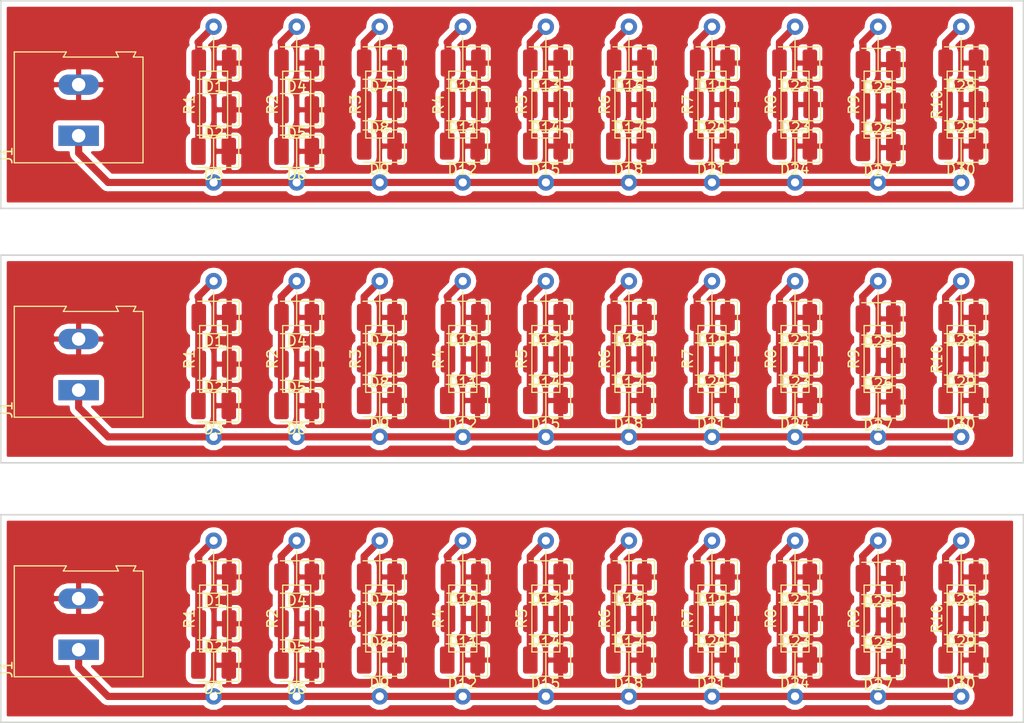
<source format=kicad_pcb>
(kicad_pcb (version 20171130) (host pcbnew "(5.0.2)-1")
  (layers (0 F.Cu signal) (31 B.Cu signal hide) (34 B.Paste user hide) (35 F.Paste user hide) (36 B.SilkS user hide) (37 F.SilkS user hide) (38 B.Mask user hide) (39 F.Mask user hide) (44 Edge.Cuts user))
  (net 0 "")
  (net 1 GND)
  (net 2 "Net-(D1-Pad2)")
  (net 3 "Net-(D4-Pad2)")
  (net 4 "Net-(D7-Pad2)")
  (net 5 "Net-(D10-Pad2)")
  (net 6 "Net-(D13-Pad2)")
  (net 7 "Net-(D16-Pad2)")
  (net 8 "Net-(D19-Pad2)")
  (net 9 "Net-(D22-Pad2)")
  (net 10 "Net-(D25-Pad2)")
  (net 11 "Net-(D28-Pad2)")
  (net 12 +5V)
  (module Resistor_THT:R_Axial_DIN0207_L6.3mm_D2.5mm_P15.24mm_Horizontal (layer F.Cu) (at 47.752 84.836 90)
    (fp_text reference R2 (at 7.62 -2.37 90) (layer F.SilkS))
    (fp_text value 33R)
    (pad 1 thru_hole circle (at 0 0 90) (size 1.6 1.6) (drill 0.8) (layers *.Cu *.Mask) (net 12 +5V))
    (pad 2 thru_hole oval (at 15.24 0 90) (size 1.6 1.6) (drill 0.8) (layers *.Cu *.Mask) (net 3 "Net-(D4-Pad2)"))
  )
  (module Resistor_THT:R_Axial_DIN0207_L6.3mm_D2.5mm_P15.24mm_Horizontal (layer F.Cu) (at 88.392 84.836 90)
    (fp_text reference R7 (at 7.62 -2.37 90) (layer F.SilkS))
    (fp_text value 33R)
    (pad 1 thru_hole circle (at 0 0 90) (size 1.6 1.6) (drill 0.8) (layers *.Cu *.Mask) (net 12 +5V))
    (pad 2 thru_hole oval (at 15.24 0 90) (size 1.6 1.6) (drill 0.8) (layers *.Cu *.Mask) (net 8 "Net-(D19-Pad2)"))
  )
  (module Resistor_THT:R_Axial_DIN0207_L6.3mm_D2.5mm_P15.24mm_Horizontal (layer F.Cu) (at 72.136 84.836 90)
    (fp_text reference R5 (at 7.62 -2.37 90) (layer F.SilkS))
    (fp_text value 33R)
    (pad 1 thru_hole circle (at 0 0 90) (size 1.6 1.6) (drill 0.8) (layers *.Cu *.Mask) (net 12 +5V))
    (pad 2 thru_hole oval (at 15.24 0 90) (size 1.6 1.6) (drill 0.8) (layers *.Cu *.Mask) (net 6 "Net-(D13-Pad2)"))
  )
  (module Resistor_THT:R_Axial_DIN0207_L6.3mm_D2.5mm_P15.24mm_Horizontal (layer F.Cu) (at 96.52 84.836 90)
    (fp_text reference R8 (at 7.62 -2.37 90) (layer F.SilkS))
    (fp_text value 33R)
    (pad 1 thru_hole circle (at 0 0 90) (size 1.6 1.6) (drill 0.8) (layers *.Cu *.Mask) (net 12 +5V))
    (pad 2 thru_hole oval (at 15.24 0 90) (size 1.6 1.6) (drill 0.8) (layers *.Cu *.Mask) (net 9 "Net-(D22-Pad2)"))
  )
  (module Resistor_THT:R_Axial_DIN0207_L6.3mm_D2.5mm_P15.24mm_Horizontal (layer F.Cu) (at 112.776 84.836 90)
    (fp_text reference R10 (at 7.62 -2.37 90) (layer F.SilkS))
    (fp_text value 33R)
    (pad 1 thru_hole circle (at 0 0 90) (size 1.6 1.6) (drill 0.8) (layers *.Cu *.Mask) (net 12 +5V))
    (pad 2 thru_hole oval (at 15.24 0 90) (size 1.6 1.6) (drill 0.8) (layers *.Cu *.Mask) (net 11 "Net-(D28-Pad2)"))
  )
  (module LED_SMD:LED_1210_3225Metric_Pad1.42x2.65mm_HandSolder (layer F.Cu) (at 96.4835 81.28 180)
    (fp_text reference D24 (at 0 -2.28 180) (layer F.SilkS))
    (fp_text value LED)
    (pad 1 smd roundrect (at -1.4875 0 180) (size 1.425 2.65) (layers F.Cu F.Paste F.Mask) (roundrect_rratio 0.175439) (net 1 GND))
    (pad 2 smd roundrect (at 1.4875 0 180) (size 1.425 2.65) (layers F.Cu F.Paste F.Mask) (roundrect_rratio 0.175439) (net 9 "Net-(D22-Pad2)"))
  )
  (module LED_SMD:LED_1210_3225Metric_Pad1.42x2.65mm_HandSolder (layer F.Cu) (at 55.8435 81.28 180)
    (fp_text reference D9 (at 0 -2.28 180) (layer F.SilkS))
    (fp_text value LED)
    (pad 2 smd roundrect (at 1.4875 0 180) (size 1.425 2.65) (layers F.Cu F.Paste F.Mask) (roundrect_rratio 0.175439) (net 4 "Net-(D7-Pad2)"))
    (pad 1 smd roundrect (at -1.4875 0 180) (size 1.425 2.65) (layers F.Cu F.Paste F.Mask) (roundrect_rratio 0.175439) (net 1 GND))
  )
  (module Resistor_THT:R_Axial_DIN0207_L6.3mm_D2.5mm_P15.24mm_Horizontal (layer F.Cu) (at 39.624 84.836 90)
    (fp_text reference R1 (at 7.62 -2.37 90) (layer F.SilkS))
    (fp_text value 33R)
    (pad 1 thru_hole circle (at 0 0 90) (size 1.6 1.6) (drill 0.8) (layers *.Cu *.Mask) (net 12 +5V))
    (pad 2 thru_hole oval (at 15.24 0 90) (size 1.6 1.6) (drill 0.8) (layers *.Cu *.Mask) (net 2 "Net-(D1-Pad2)"))
  )
  (module Resistor_THT:R_Axial_DIN0207_L6.3mm_D2.5mm_P15.24mm_Horizontal (layer F.Cu) (at 55.88 84.836 90)
    (fp_text reference R3 (at 7.62 -2.37 90) (layer F.SilkS))
    (fp_text value 33R)
    (pad 1 thru_hole circle (at 0 0 90) (size 1.6 1.6) (drill 0.8) (layers *.Cu *.Mask) (net 12 +5V))
    (pad 2 thru_hole oval (at 15.24 0 90) (size 1.6 1.6) (drill 0.8) (layers *.Cu *.Mask) (net 4 "Net-(D7-Pad2)"))
  )
  (module LED_SMD:LED_1210_3225Metric_Pad1.42x2.65mm_HandSolder (layer F.Cu) (at 104.648913 73.296575 180)
    (fp_text reference D25 (at 0 -2.28 180) (layer F.SilkS))
    (fp_text value LED)
    (pad 1 smd roundrect (at -1.4875 0 180) (size 1.425 2.65) (layers F.Cu F.Paste F.Mask) (roundrect_rratio 0.175439) (net 1 GND))
    (pad 2 smd roundrect (at 1.4875 0 180) (size 1.425 2.65) (layers F.Cu F.Paste F.Mask) (roundrect_rratio 0.175439) (net 10 "Net-(D25-Pad2)"))
  )
  (module LED_SMD:LED_1210_3225Metric_Pad1.42x2.65mm_HandSolder (layer F.Cu) (at 88.3555 77.216 180)
    (fp_text reference D20 (at 0 -2.28 180) (layer F.SilkS))
    (fp_text value LED)
    (pad 2 smd roundrect (at 1.4875 0 180) (size 1.425 2.65) (layers F.Cu F.Paste F.Mask) (roundrect_rratio 0.175439) (net 8 "Net-(D19-Pad2)"))
    (pad 1 smd roundrect (at -1.4875 0 180) (size 1.425 2.65) (layers F.Cu F.Paste F.Mask) (roundrect_rratio 0.175439) (net 1 GND))
  )
  (module Resistor_THT:R_Axial_DIN0207_L6.3mm_D2.5mm_P15.24mm_Horizontal (layer F.Cu) (at 64.008 84.836 90)
    (fp_text reference R4 (at 7.62 -2.37 90) (layer F.SilkS))
    (fp_text value 33R)
    (pad 1 thru_hole circle (at 0 0 90) (size 1.6 1.6) (drill 0.8) (layers *.Cu *.Mask) (net 12 +5V))
    (pad 2 thru_hole oval (at 15.24 0 90) (size 1.6 1.6) (drill 0.8) (layers *.Cu *.Mask) (net 5 "Net-(D10-Pad2)"))
  )
  (module Resistor_THT:R_Axial_DIN0207_L6.3mm_D2.5mm_P15.24mm_Horizontal (layer F.Cu) (at 80.264 84.836 90)
    (fp_text reference R6 (at 7.62 -2.37 90) (layer F.SilkS))
    (fp_text value 33R)
    (pad 1 thru_hole circle (at 0 0 90) (size 1.6 1.6) (drill 0.8) (layers *.Cu *.Mask) (net 12 +5V))
    (pad 2 thru_hole oval (at 15.24 0 90) (size 1.6 1.6) (drill 0.8) (layers *.Cu *.Mask) (net 7 "Net-(D16-Pad2)"))
  )
  (module Resistor_THT:R_Axial_DIN0207_L6.3mm_D2.5mm_P15.24mm_Horizontal (layer F.Cu) (at 104.648 84.836 90)
    (fp_text reference R9 (at 7.62 -2.37 90) (layer F.SilkS))
    (fp_text value 33R)
    (pad 1 thru_hole circle (at 0 0 90) (size 1.6 1.6) (drill 0.8) (layers *.Cu *.Mask) (net 12 +5V))
    (pad 2 thru_hole oval (at 15.24 0 90) (size 1.6 1.6) (drill 0.8) (layers *.Cu *.Mask) (net 10 "Net-(D25-Pad2)"))
  )
  (module LED_SMD:LED_1210_3225Metric_Pad1.42x2.65mm_HandSolder (layer F.Cu) (at 112.7395 81.28 180)
    (fp_text reference D30 (at 0 -2.28 180) (layer F.SilkS))
    (fp_text value LED)
    (pad 1 smd roundrect (at -1.4875 0 180) (size 1.425 2.65) (layers F.Cu F.Paste F.Mask) (roundrect_rratio 0.175439) (net 1 GND))
    (pad 2 smd roundrect (at 1.4875 0 180) (size 1.425 2.65) (layers F.Cu F.Paste F.Mask) (roundrect_rratio 0.175439) (net 11 "Net-(D28-Pad2)"))
  )
  (module LED_SMD:LED_1210_3225Metric_Pad1.42x2.65mm_HandSolder (layer F.Cu) (at 112.7395 73.152 180)
    (fp_text reference D28 (at 0 -2.28 180) (layer F.SilkS))
    (fp_text value LED)
    (pad 1 smd roundrect (at -1.4875 0 180) (size 1.425 2.65) (layers F.Cu F.Paste F.Mask) (roundrect_rratio 0.175439) (net 1 GND))
    (pad 2 smd roundrect (at 1.4875 0 180) (size 1.425 2.65) (layers F.Cu F.Paste F.Mask) (roundrect_rratio 0.175439) (net 11 "Net-(D28-Pad2)"))
  )
  (module LED_SMD:LED_1210_3225Metric_Pad1.42x2.65mm_HandSolder (layer F.Cu) (at 47.752 81.788 180)
    (fp_text reference D6 (at 0 -2.28 180) (layer F.SilkS))
    (fp_text value LED)
    (pad 1 smd roundrect (at -1.4875 0 180) (size 1.425 2.65) (layers F.Cu F.Paste F.Mask) (roundrect_rratio 0.175439) (net 1 GND))
    (pad 2 smd roundrect (at 1.4875 0 180) (size 1.425 2.65) (layers F.Cu F.Paste F.Mask) (roundrect_rratio 0.175439) (net 3 "Net-(D4-Pad2)"))
  )
  (module LED_SMD:LED_1210_3225Metric_Pad1.42x2.65mm_HandSolder (layer F.Cu) (at 80.2275 77.216 180)
    (fp_text reference D17 (at 0 -2.28 180) (layer F.SilkS))
    (fp_text value LED)
    (pad 1 smd roundrect (at -1.4875 0 180) (size 1.425 2.65) (layers F.Cu F.Paste F.Mask) (roundrect_rratio 0.175439) (net 1 GND))
    (pad 2 smd roundrect (at 1.4875 0 180) (size 1.425 2.65) (layers F.Cu F.Paste F.Mask) (roundrect_rratio 0.175439) (net 7 "Net-(D16-Pad2)"))
  )
  (module LED_SMD:LED_1210_3225Metric_Pad1.42x2.65mm_HandSolder (layer F.Cu) (at 96.4835 73.152 180)
    (fp_text reference D22 (at 0 -2.28 180) (layer F.SilkS))
    (fp_text value LED)
    (pad 1 smd roundrect (at -1.4875 0 180) (size 1.425 2.65) (layers F.Cu F.Paste F.Mask) (roundrect_rratio 0.175439) (net 1 GND))
    (pad 2 smd roundrect (at 1.4875 0 180) (size 1.425 2.65) (layers F.Cu F.Paste F.Mask) (roundrect_rratio 0.175439) (net 9 "Net-(D22-Pad2)"))
  )
  (module LED_SMD:LED_1210_3225Metric_Pad1.42x2.65mm_HandSolder (layer F.Cu) (at 39.6605 73.152 180)
    (fp_text reference D1 (at 0 -2.28 180) (layer F.SilkS))
    (fp_text value LED)
    (pad 2 smd roundrect (at 1.4875 0 180) (size 1.425 2.65) (layers F.Cu F.Paste F.Mask) (roundrect_rratio 0.175439) (net 2 "Net-(D1-Pad2)"))
    (pad 1 smd roundrect (at -1.4875 0 180) (size 1.425 2.65) (layers F.Cu F.Paste F.Mask) (roundrect_rratio 0.175439) (net 1 GND))
  )
  (module LED_SMD:LED_1210_3225Metric_Pad1.42x2.65mm_HandSolder (layer F.Cu) (at 72.0995 81.28 180)
    (fp_text reference D15 (at 0 -2.28 180) (layer F.SilkS))
    (fp_text value LED)
    (pad 2 smd roundrect (at 1.4875 0 180) (size 1.425 2.65) (layers F.Cu F.Paste F.Mask) (roundrect_rratio 0.175439) (net 6 "Net-(D13-Pad2)"))
    (pad 1 smd roundrect (at -1.4875 0 180) (size 1.425 2.65) (layers F.Cu F.Paste F.Mask) (roundrect_rratio 0.175439) (net 1 GND))
  )
  (module LED_SMD:LED_1210_3225Metric_Pad1.42x2.65mm_HandSolder (layer F.Cu) (at 80.2275 81.28 180)
    (fp_text reference D18 (at 0 -2.28 180) (layer F.SilkS))
    (fp_text value LED)
    (pad 2 smd roundrect (at 1.4875 0 180) (size 1.425 2.65) (layers F.Cu F.Paste F.Mask) (roundrect_rratio 0.175439) (net 7 "Net-(D16-Pad2)"))
    (pad 1 smd roundrect (at -1.4875 0 180) (size 1.425 2.65) (layers F.Cu F.Paste F.Mask) (roundrect_rratio 0.175439) (net 1 GND))
  )
  (module LED_SMD:LED_1210_3225Metric_Pad1.42x2.65mm_HandSolder (layer F.Cu) (at 39.6605 77.724 180)
    (fp_text reference D2 (at 0 -2.28 180) (layer F.SilkS))
    (fp_text value LED)
    (pad 2 smd roundrect (at 1.4875 0 180) (size 1.425 2.65) (layers F.Cu F.Paste F.Mask) (roundrect_rratio 0.175439) (net 2 "Net-(D1-Pad2)"))
    (pad 1 smd roundrect (at -1.4875 0 180) (size 1.425 2.65) (layers F.Cu F.Paste F.Mask) (roundrect_rratio 0.175439) (net 1 GND))
  )
  (module LED_SMD:LED_1210_3225Metric_Pad1.42x2.65mm_HandSolder (layer F.Cu) (at 64.0445 77.216 180)
    (fp_text reference D11 (at 0 -2.28 180) (layer F.SilkS))
    (fp_text value LED)
    (pad 1 smd roundrect (at -1.4875 0 180) (size 1.425 2.65) (layers F.Cu F.Paste F.Mask) (roundrect_rratio 0.175439) (net 1 GND))
    (pad 2 smd roundrect (at 1.4875 0 180) (size 1.425 2.65) (layers F.Cu F.Paste F.Mask) (roundrect_rratio 0.175439) (net 5 "Net-(D10-Pad2)"))
  )
  (module LED_SMD:LED_1210_3225Metric_Pad1.42x2.65mm_HandSolder (layer F.Cu) (at 104.648913 77.360575 180)
    (fp_text reference D26 (at 0 -2.28 180) (layer F.SilkS))
    (fp_text value LED)
    (pad 2 smd roundrect (at 1.4875 0 180) (size 1.425 2.65) (layers F.Cu F.Paste F.Mask) (roundrect_rratio 0.175439) (net 10 "Net-(D25-Pad2)"))
    (pad 1 smd roundrect (at -1.4875 0 180) (size 1.425 2.65) (layers F.Cu F.Paste F.Mask) (roundrect_rratio 0.175439) (net 1 GND))
  )
  (module LED_SMD:LED_1210_3225Metric_Pad1.42x2.65mm_HandSolder (layer F.Cu) (at 55.8435 77.216 180)
    (fp_text reference D8 (at 0 -2.28 180) (layer F.SilkS))
    (fp_text value LED)
    (pad 2 smd roundrect (at 1.4875 0 180) (size 1.425 2.65) (layers F.Cu F.Paste F.Mask) (roundrect_rratio 0.175439) (net 4 "Net-(D7-Pad2)"))
    (pad 1 smd roundrect (at -1.4875 0 180) (size 1.425 2.65) (layers F.Cu F.Paste F.Mask) (roundrect_rratio 0.175439) (net 1 GND))
  )
  (module LED_SMD:LED_1210_3225Metric_Pad1.42x2.65mm_HandSolder (layer F.Cu) (at 72.0995 77.216 180)
    (fp_text reference D14 (at 0 -2.28 180) (layer F.SilkS))
    (fp_text value LED)
    (pad 1 smd roundrect (at -1.4875 0 180) (size 1.425 2.65) (layers F.Cu F.Paste F.Mask) (roundrect_rratio 0.175439) (net 1 GND))
    (pad 2 smd roundrect (at 1.4875 0 180) (size 1.425 2.65) (layers F.Cu F.Paste F.Mask) (roundrect_rratio 0.175439) (net 6 "Net-(D13-Pad2)"))
  )
  (module LED_SMD:LED_1210_3225Metric_Pad1.42x2.65mm_HandSolder (layer F.Cu) (at 47.752 73.152 180)
    (fp_text reference D4 (at 0 -2.28 180) (layer F.SilkS))
    (fp_text value LED)
    (pad 1 smd roundrect (at -1.4875 0 180) (size 1.425 2.65) (layers F.Cu F.Paste F.Mask) (roundrect_rratio 0.175439) (net 1 GND))
    (pad 2 smd roundrect (at 1.4875 0 180) (size 1.425 2.65) (layers F.Cu F.Paste F.Mask) (roundrect_rratio 0.175439) (net 3 "Net-(D4-Pad2)"))
  )
  (module LED_SMD:LED_1210_3225Metric_Pad1.42x2.65mm_HandSolder (layer F.Cu) (at 47.752 77.724 180)
    (fp_text reference D5 (at 0 -2.28 180) (layer F.SilkS))
    (fp_text value LED)
    (pad 2 smd roundrect (at 1.4875 0 180) (size 1.425 2.65) (layers F.Cu F.Paste F.Mask) (roundrect_rratio 0.175439) (net 3 "Net-(D4-Pad2)"))
    (pad 1 smd roundrect (at -1.4875 0 180) (size 1.425 2.65) (layers F.Cu F.Paste F.Mask) (roundrect_rratio 0.175439) (net 1 GND))
  )
  (module LED_SMD:LED_1210_3225Metric_Pad1.42x2.65mm_HandSolder (layer F.Cu) (at 55.8435 73.152 180)
    (fp_text reference D7 (at 0 -2.28 180) (layer F.SilkS))
    (fp_text value LED)
    (pad 1 smd roundrect (at -1.4875 0 180) (size 1.425 2.65) (layers F.Cu F.Paste F.Mask) (roundrect_rratio 0.175439) (net 1 GND))
    (pad 2 smd roundrect (at 1.4875 0 180) (size 1.425 2.65) (layers F.Cu F.Paste F.Mask) (roundrect_rratio 0.175439) (net 4 "Net-(D7-Pad2)"))
  )
  (module LED_SMD:LED_1210_3225Metric_Pad1.42x2.65mm_HandSolder (layer F.Cu) (at 72.0995 73.152 180)
    (fp_text reference D13 (at 0 -2.28 180) (layer F.SilkS))
    (fp_text value LED)
    (pad 1 smd roundrect (at -1.4875 0 180) (size 1.425 2.65) (layers F.Cu F.Paste F.Mask) (roundrect_rratio 0.175439) (net 1 GND))
    (pad 2 smd roundrect (at 1.4875 0 180) (size 1.425 2.65) (layers F.Cu F.Paste F.Mask) (roundrect_rratio 0.175439) (net 6 "Net-(D13-Pad2)"))
  )
  (module LED_SMD:LED_1210_3225Metric_Pad1.42x2.65mm_HandSolder (layer F.Cu) (at 63.9715 81.28 180)
    (fp_text reference D12 (at 0 -2.28 180) (layer F.SilkS))
    (fp_text value LED)
    (pad 2 smd roundrect (at 1.4875 0 180) (size 1.425 2.65) (layers F.Cu F.Paste F.Mask) (roundrect_rratio 0.175439) (net 5 "Net-(D10-Pad2)"))
    (pad 1 smd roundrect (at -1.4875 0 180) (size 1.425 2.65) (layers F.Cu F.Paste F.Mask) (roundrect_rratio 0.175439) (net 1 GND))
  )
  (module LED_SMD:LED_1210_3225Metric_Pad1.42x2.65mm_HandSolder (layer F.Cu) (at 88.3555 81.28 180)
    (fp_text reference D21 (at 0 -2.28 180) (layer F.SilkS))
    (fp_text value LED)
    (pad 1 smd roundrect (at -1.4875 0 180) (size 1.425 2.65) (layers F.Cu F.Paste F.Mask) (roundrect_rratio 0.175439) (net 1 GND))
    (pad 2 smd roundrect (at 1.4875 0 180) (size 1.425 2.65) (layers F.Cu F.Paste F.Mask) (roundrect_rratio 0.175439) (net 8 "Net-(D19-Pad2)"))
  )
  (module LED_SMD:LED_1210_3225Metric_Pad1.42x2.65mm_HandSolder (layer F.Cu) (at 80.3005 73.152 180)
    (fp_text reference D16 (at 0 -2.28 180) (layer F.SilkS))
    (fp_text value LED)
    (pad 2 smd roundrect (at 1.4875 0 180) (size 1.425 2.65) (layers F.Cu F.Paste F.Mask) (roundrect_rratio 0.175439) (net 7 "Net-(D16-Pad2)"))
    (pad 1 smd roundrect (at -1.4875 0 180) (size 1.425 2.65) (layers F.Cu F.Paste F.Mask) (roundrect_rratio 0.175439) (net 1 GND))
  )
  (module TerminalBlock:TerminalBlock_Altech_AK300-2_P5.00mm (layer F.Cu) (at 26.416 80.264 90)
    (fp_text reference J1 (at -1.92 -6.99 90) (layer F.SilkS))
    (fp_text value "")
    (pad 2 thru_hole oval (at 5 0 90) (size 1.98 3.96) (drill 1.32) (layers *.Cu *.Mask) (net 1 GND))
    (pad 1 thru_hole rect (at 0 0 90) (size 1.98 3.96) (drill 1.32) (layers *.Cu *.Mask) (net 12 +5V))
  )
  (module LED_SMD:LED_1210_3225Metric_Pad1.42x2.65mm_HandSolder (layer F.Cu) (at 104.648913 81.424575 180)
    (fp_text reference D27 (at 0 -2.28 180) (layer F.SilkS))
    (fp_text value LED)
    (pad 1 smd roundrect (at -1.4875 0 180) (size 1.425 2.65) (layers F.Cu F.Paste F.Mask) (roundrect_rratio 0.175439) (net 1 GND))
    (pad 2 smd roundrect (at 1.4875 0 180) (size 1.425 2.65) (layers F.Cu F.Paste F.Mask) (roundrect_rratio 0.175439) (net 10 "Net-(D25-Pad2)"))
  )
  (module LED_SMD:LED_1210_3225Metric_Pad1.42x2.65mm_HandSolder (layer F.Cu) (at 96.5565 77.216 180)
    (fp_text reference D23 (at 0 -2.28 180) (layer F.SilkS))
    (fp_text value LED)
    (pad 2 smd roundrect (at 1.4875 0 180) (size 1.425 2.65) (layers F.Cu F.Paste F.Mask) (roundrect_rratio 0.175439) (net 9 "Net-(D22-Pad2)"))
    (pad 1 smd roundrect (at -1.4875 0 180) (size 1.425 2.65) (layers F.Cu F.Paste F.Mask) (roundrect_rratio 0.175439) (net 1 GND))
  )
  (module LED_SMD:LED_1210_3225Metric_Pad1.42x2.65mm_HandSolder (layer F.Cu) (at 112.7395 77.216 180)
    (fp_text reference D29 (at 0 -2.28 180) (layer F.SilkS))
    (fp_text value LED)
    (pad 2 smd roundrect (at 1.4875 0 180) (size 1.425 2.65) (layers F.Cu F.Paste F.Mask) (roundrect_rratio 0.175439) (net 11 "Net-(D28-Pad2)"))
    (pad 1 smd roundrect (at -1.4875 0 180) (size 1.425 2.65) (layers F.Cu F.Paste F.Mask) (roundrect_rratio 0.175439) (net 1 GND))
  )
  (module LED_SMD:LED_1210_3225Metric_Pad1.42x2.65mm_HandSolder (layer F.Cu) (at 88.4285 73.152 180)
    (fp_text reference D19 (at 0 -2.28 180) (layer F.SilkS))
    (fp_text value LED)
    (pad 1 smd roundrect (at -1.4875 0 180) (size 1.425 2.65) (layers F.Cu F.Paste F.Mask) (roundrect_rratio 0.175439) (net 1 GND))
    (pad 2 smd roundrect (at 1.4875 0 180) (size 1.425 2.65) (layers F.Cu F.Paste F.Mask) (roundrect_rratio 0.175439) (net 8 "Net-(D19-Pad2)"))
  )
  (module LED_SMD:LED_1210_3225Metric_Pad1.42x2.65mm_HandSolder (layer F.Cu) (at 64.0445 73.152 180)
    (fp_text reference D10 (at 0 -2.28 180) (layer F.SilkS))
    (fp_text value LED)
    (pad 2 smd roundrect (at 1.4875 0 180) (size 1.425 2.65) (layers F.Cu F.Paste F.Mask) (roundrect_rratio 0.175439) (net 5 "Net-(D10-Pad2)"))
    (pad 1 smd roundrect (at -1.4875 0 180) (size 1.425 2.65) (layers F.Cu F.Paste F.Mask) (roundrect_rratio 0.175439) (net 1 GND))
  )
  (module LED_SMD:LED_1210_3225Metric_Pad1.42x2.65mm_HandSolder (layer F.Cu) (at 39.624 81.788 180)
    (fp_text reference D3 (at 0 -2.28 180) (layer F.SilkS))
    (fp_text value LED)
    (pad 2 smd roundrect (at 1.4875 0 180) (size 1.425 2.65) (layers F.Cu F.Paste F.Mask) (roundrect_rratio 0.175439) (net 2 "Net-(D1-Pad2)"))
    (pad 1 smd roundrect (at -1.4875 0 180) (size 1.425 2.65) (layers F.Cu F.Paste F.Mask) (roundrect_rratio 0.175439) (net 1 GND))
  )
  (module Resistor_THT:R_Axial_DIN0207_L6.3mm_D2.5mm_P15.24mm_Horizontal (layer F.Cu) (at 39.624 59.436 90)
    (fp_text reference R1 (at 7.62 -2.37 90) (layer F.SilkS))
    (fp_text value 33R)
    (pad 2 thru_hole oval (at 15.24 0 90) (size 1.6 1.6) (drill 0.8) (layers *.Cu *.Mask) (net 2 "Net-(D1-Pad2)"))
    (pad 1 thru_hole circle (at 0 0 90) (size 1.6 1.6) (drill 0.8) (layers *.Cu *.Mask) (net 12 +5V))
  )
  (module Resistor_THT:R_Axial_DIN0207_L6.3mm_D2.5mm_P15.24mm_Horizontal (layer F.Cu) (at 112.776 59.436 90)
    (fp_text reference R10 (at 7.62 -2.37 90) (layer F.SilkS))
    (fp_text value 33R)
    (pad 2 thru_hole oval (at 15.24 0 90) (size 1.6 1.6) (drill 0.8) (layers *.Cu *.Mask) (net 11 "Net-(D28-Pad2)"))
    (pad 1 thru_hole circle (at 0 0 90) (size 1.6 1.6) (drill 0.8) (layers *.Cu *.Mask) (net 12 +5V))
  )
  (module Resistor_THT:R_Axial_DIN0207_L6.3mm_D2.5mm_P15.24mm_Horizontal (layer F.Cu) (at 47.752 59.436 90)
    (fp_text reference R2 (at 7.62 -2.37 90) (layer F.SilkS))
    (fp_text value 33R)
    (pad 2 thru_hole oval (at 15.24 0 90) (size 1.6 1.6) (drill 0.8) (layers *.Cu *.Mask) (net 3 "Net-(D4-Pad2)"))
    (pad 1 thru_hole circle (at 0 0 90) (size 1.6 1.6) (drill 0.8) (layers *.Cu *.Mask) (net 12 +5V))
  )
  (module Resistor_THT:R_Axial_DIN0207_L6.3mm_D2.5mm_P15.24mm_Horizontal (layer F.Cu) (at 55.88 59.436 90)
    (fp_text reference R3 (at 7.62 -2.37 90) (layer F.SilkS))
    (fp_text value 33R)
    (pad 2 thru_hole oval (at 15.24 0 90) (size 1.6 1.6) (drill 0.8) (layers *.Cu *.Mask) (net 4 "Net-(D7-Pad2)"))
    (pad 1 thru_hole circle (at 0 0 90) (size 1.6 1.6) (drill 0.8) (layers *.Cu *.Mask) (net 12 +5V))
  )
  (module Resistor_THT:R_Axial_DIN0207_L6.3mm_D2.5mm_P15.24mm_Horizontal (layer F.Cu) (at 88.392 59.436 90)
    (fp_text reference R7 (at 7.62 -2.37 90) (layer F.SilkS))
    (fp_text value 33R)
    (pad 2 thru_hole oval (at 15.24 0 90) (size 1.6 1.6) (drill 0.8) (layers *.Cu *.Mask) (net 8 "Net-(D19-Pad2)"))
    (pad 1 thru_hole circle (at 0 0 90) (size 1.6 1.6) (drill 0.8) (layers *.Cu *.Mask) (net 12 +5V))
  )
  (module Resistor_THT:R_Axial_DIN0207_L6.3mm_D2.5mm_P15.24mm_Horizontal (layer F.Cu) (at 64.008 59.436 90)
    (fp_text reference R4 (at 7.62 -2.37 90) (layer F.SilkS))
    (fp_text value 33R)
    (pad 2 thru_hole oval (at 15.24 0 90) (size 1.6 1.6) (drill 0.8) (layers *.Cu *.Mask) (net 5 "Net-(D10-Pad2)"))
    (pad 1 thru_hole circle (at 0 0 90) (size 1.6 1.6) (drill 0.8) (layers *.Cu *.Mask) (net 12 +5V))
  )
  (module Resistor_THT:R_Axial_DIN0207_L6.3mm_D2.5mm_P15.24mm_Horizontal (layer F.Cu) (at 72.136 59.436 90)
    (fp_text reference R5 (at 7.62 -2.37 90) (layer F.SilkS))
    (fp_text value 33R)
    (pad 2 thru_hole oval (at 15.24 0 90) (size 1.6 1.6) (drill 0.8) (layers *.Cu *.Mask) (net 6 "Net-(D13-Pad2)"))
    (pad 1 thru_hole circle (at 0 0 90) (size 1.6 1.6) (drill 0.8) (layers *.Cu *.Mask) (net 12 +5V))
  )
  (module Resistor_THT:R_Axial_DIN0207_L6.3mm_D2.5mm_P15.24mm_Horizontal (layer F.Cu) (at 80.264 59.436 90)
    (fp_text reference R6 (at 7.62 -2.37 90) (layer F.SilkS))
    (fp_text value 33R)
    (pad 2 thru_hole oval (at 15.24 0 90) (size 1.6 1.6) (drill 0.8) (layers *.Cu *.Mask) (net 7 "Net-(D16-Pad2)"))
    (pad 1 thru_hole circle (at 0 0 90) (size 1.6 1.6) (drill 0.8) (layers *.Cu *.Mask) (net 12 +5V))
  )
  (module Resistor_THT:R_Axial_DIN0207_L6.3mm_D2.5mm_P15.24mm_Horizontal (layer F.Cu) (at 96.52 59.436 90)
    (fp_text reference R8 (at 7.62 -2.37 90) (layer F.SilkS))
    (fp_text value 33R)
    (pad 2 thru_hole oval (at 15.24 0 90) (size 1.6 1.6) (drill 0.8) (layers *.Cu *.Mask) (net 9 "Net-(D22-Pad2)"))
    (pad 1 thru_hole circle (at 0 0 90) (size 1.6 1.6) (drill 0.8) (layers *.Cu *.Mask) (net 12 +5V))
  )
  (module Resistor_THT:R_Axial_DIN0207_L6.3mm_D2.5mm_P15.24mm_Horizontal (layer F.Cu) (at 104.648 59.436 90)
    (fp_text reference R9 (at 7.62 -2.37 90) (layer F.SilkS))
    (fp_text value 33R)
    (pad 2 thru_hole oval (at 15.24 0 90) (size 1.6 1.6) (drill 0.8) (layers *.Cu *.Mask) (net 10 "Net-(D25-Pad2)"))
    (pad 1 thru_hole circle (at 0 0 90) (size 1.6 1.6) (drill 0.8) (layers *.Cu *.Mask) (net 12 +5V))
  )
  (module LED_SMD:LED_1210_3225Metric_Pad1.42x2.65mm_HandSolder (layer F.Cu) (at 112.7395 55.88 180)
    (fp_text reference D30 (at 0 -2.28 180) (layer F.SilkS))
    (fp_text value LED)
    (pad 2 smd roundrect (at 1.4875 0 180) (size 1.425 2.65) (layers F.Cu F.Paste F.Mask) (roundrect_rratio 0.175439) (net 11 "Net-(D28-Pad2)"))
    (pad 1 smd roundrect (at -1.4875 0 180) (size 1.425 2.65) (layers F.Cu F.Paste F.Mask) (roundrect_rratio 0.175439) (net 1 GND))
  )
  (module LED_SMD:LED_1210_3225Metric_Pad1.42x2.65mm_HandSolder (layer F.Cu) (at 112.7395 47.752 180)
    (fp_text reference D28 (at 0 -2.28 180) (layer F.SilkS))
    (fp_text value LED)
    (pad 2 smd roundrect (at 1.4875 0 180) (size 1.425 2.65) (layers F.Cu F.Paste F.Mask) (roundrect_rratio 0.175439) (net 11 "Net-(D28-Pad2)"))
    (pad 1 smd roundrect (at -1.4875 0 180) (size 1.425 2.65) (layers F.Cu F.Paste F.Mask) (roundrect_rratio 0.175439) (net 1 GND))
  )
  (module LED_SMD:LED_1210_3225Metric_Pad1.42x2.65mm_HandSolder (layer F.Cu) (at 104.648913 47.896575 180)
    (fp_text reference D25 (at 0 -2.28 180) (layer F.SilkS))
    (fp_text value LED)
    (pad 2 smd roundrect (at 1.4875 0 180) (size 1.425 2.65) (layers F.Cu F.Paste F.Mask) (roundrect_rratio 0.175439) (net 10 "Net-(D25-Pad2)"))
    (pad 1 smd roundrect (at -1.4875 0 180) (size 1.425 2.65) (layers F.Cu F.Paste F.Mask) (roundrect_rratio 0.175439) (net 1 GND))
  )
  (module LED_SMD:LED_1210_3225Metric_Pad1.42x2.65mm_HandSolder (layer F.Cu) (at 47.752 56.388 180)
    (fp_text reference D6 (at 0 -2.28 180) (layer F.SilkS))
    (fp_text value LED)
    (pad 2 smd roundrect (at 1.4875 0 180) (size 1.425 2.65) (layers F.Cu F.Paste F.Mask) (roundrect_rratio 0.175439) (net 3 "Net-(D4-Pad2)"))
    (pad 1 smd roundrect (at -1.4875 0 180) (size 1.425 2.65) (layers F.Cu F.Paste F.Mask) (roundrect_rratio 0.175439) (net 1 GND))
  )
  (module LED_SMD:LED_1210_3225Metric_Pad1.42x2.65mm_HandSolder (layer F.Cu) (at 55.8435 55.88 180)
    (fp_text reference D9 (at 0 -2.28 180) (layer F.SilkS))
    (fp_text value LED)
    (pad 1 smd roundrect (at -1.4875 0 180) (size 1.425 2.65) (layers F.Cu F.Paste F.Mask) (roundrect_rratio 0.175439) (net 1 GND))
    (pad 2 smd roundrect (at 1.4875 0 180) (size 1.425 2.65) (layers F.Cu F.Paste F.Mask) (roundrect_rratio 0.175439) (net 4 "Net-(D7-Pad2)"))
  )
  (module LED_SMD:LED_1210_3225Metric_Pad1.42x2.65mm_HandSolder (layer F.Cu) (at 80.2275 51.816 180)
    (fp_text reference D17 (at 0 -2.28 180) (layer F.SilkS))
    (fp_text value LED)
    (pad 2 smd roundrect (at 1.4875 0 180) (size 1.425 2.65) (layers F.Cu F.Paste F.Mask) (roundrect_rratio 0.175439) (net 7 "Net-(D16-Pad2)"))
    (pad 1 smd roundrect (at -1.4875 0 180) (size 1.425 2.65) (layers F.Cu F.Paste F.Mask) (roundrect_rratio 0.175439) (net 1 GND))
  )
  (module LED_SMD:LED_1210_3225Metric_Pad1.42x2.65mm_HandSolder (layer F.Cu) (at 88.3555 51.816 180)
    (fp_text reference D20 (at 0 -2.28 180) (layer F.SilkS))
    (fp_text value LED)
    (pad 1 smd roundrect (at -1.4875 0 180) (size 1.425 2.65) (layers F.Cu F.Paste F.Mask) (roundrect_rratio 0.175439) (net 1 GND))
    (pad 2 smd roundrect (at 1.4875 0 180) (size 1.425 2.65) (layers F.Cu F.Paste F.Mask) (roundrect_rratio 0.175439) (net 8 "Net-(D19-Pad2)"))
  )
  (module LED_SMD:LED_1210_3225Metric_Pad1.42x2.65mm_HandSolder (layer F.Cu) (at 96.4835 55.88 180)
    (fp_text reference D24 (at 0 -2.28 180) (layer F.SilkS))
    (fp_text value LED)
    (pad 2 smd roundrect (at 1.4875 0 180) (size 1.425 2.65) (layers F.Cu F.Paste F.Mask) (roundrect_rratio 0.175439) (net 9 "Net-(D22-Pad2)"))
    (pad 1 smd roundrect (at -1.4875 0 180) (size 1.425 2.65) (layers F.Cu F.Paste F.Mask) (roundrect_rratio 0.175439) (net 1 GND))
  )
  (module LED_SMD:LED_1210_3225Metric_Pad1.42x2.65mm_HandSolder (layer F.Cu) (at 96.5565 51.816 180)
    (fp_text reference D23 (at 0 -2.28 180) (layer F.SilkS))
    (fp_text value LED)
    (pad 1 smd roundrect (at -1.4875 0 180) (size 1.425 2.65) (layers F.Cu F.Paste F.Mask) (roundrect_rratio 0.175439) (net 1 GND))
    (pad 2 smd roundrect (at 1.4875 0 180) (size 1.425 2.65) (layers F.Cu F.Paste F.Mask) (roundrect_rratio 0.175439) (net 9 "Net-(D22-Pad2)"))
  )
  (module LED_SMD:LED_1210_3225Metric_Pad1.42x2.65mm_HandSolder (layer F.Cu) (at 96.4835 47.752 180)
    (fp_text reference D22 (at 0 -2.28 180) (layer F.SilkS))
    (fp_text value LED)
    (pad 2 smd roundrect (at 1.4875 0 180) (size 1.425 2.65) (layers F.Cu F.Paste F.Mask) (roundrect_rratio 0.175439) (net 9 "Net-(D22-Pad2)"))
    (pad 1 smd roundrect (at -1.4875 0 180) (size 1.425 2.65) (layers F.Cu F.Paste F.Mask) (roundrect_rratio 0.175439) (net 1 GND))
  )
  (module LED_SMD:LED_1210_3225Metric_Pad1.42x2.65mm_HandSolder (layer F.Cu) (at 39.6605 47.752 180)
    (fp_text reference D1 (at 0 -2.28 180) (layer F.SilkS))
    (fp_text value LED)
    (pad 1 smd roundrect (at -1.4875 0 180) (size 1.425 2.65) (layers F.Cu F.Paste F.Mask) (roundrect_rratio 0.175439) (net 1 GND))
    (pad 2 smd roundrect (at 1.4875 0 180) (size 1.425 2.65) (layers F.Cu F.Paste F.Mask) (roundrect_rratio 0.175439) (net 2 "Net-(D1-Pad2)"))
  )
  (module LED_SMD:LED_1210_3225Metric_Pad1.42x2.65mm_HandSolder (layer F.Cu) (at 88.4285 47.752 180)
    (fp_text reference D19 (at 0 -2.28 180) (layer F.SilkS))
    (fp_text value LED)
    (pad 2 smd roundrect (at 1.4875 0 180) (size 1.425 2.65) (layers F.Cu F.Paste F.Mask) (roundrect_rratio 0.175439) (net 8 "Net-(D19-Pad2)"))
    (pad 1 smd roundrect (at -1.4875 0 180) (size 1.425 2.65) (layers F.Cu F.Paste F.Mask) (roundrect_rratio 0.175439) (net 1 GND))
  )
  (module LED_SMD:LED_1210_3225Metric_Pad1.42x2.65mm_HandSolder (layer F.Cu) (at 72.0995 55.88 180)
    (fp_text reference D15 (at 0 -2.28 180) (layer F.SilkS))
    (fp_text value LED)
    (pad 1 smd roundrect (at -1.4875 0 180) (size 1.425 2.65) (layers F.Cu F.Paste F.Mask) (roundrect_rratio 0.175439) (net 1 GND))
    (pad 2 smd roundrect (at 1.4875 0 180) (size 1.425 2.65) (layers F.Cu F.Paste F.Mask) (roundrect_rratio 0.175439) (net 6 "Net-(D13-Pad2)"))
  )
  (module LED_SMD:LED_1210_3225Metric_Pad1.42x2.65mm_HandSolder (layer F.Cu) (at 55.8435 51.816 180)
    (fp_text reference D8 (at 0 -2.28 180) (layer F.SilkS))
    (fp_text value LED)
    (pad 1 smd roundrect (at -1.4875 0 180) (size 1.425 2.65) (layers F.Cu F.Paste F.Mask) (roundrect_rratio 0.175439) (net 1 GND))
    (pad 2 smd roundrect (at 1.4875 0 180) (size 1.425 2.65) (layers F.Cu F.Paste F.Mask) (roundrect_rratio 0.175439) (net 4 "Net-(D7-Pad2)"))
  )
  (module LED_SMD:LED_1210_3225Metric_Pad1.42x2.65mm_HandSolder (layer F.Cu) (at 72.0995 51.816 180)
    (fp_text reference D14 (at 0 -2.28 180) (layer F.SilkS))
    (fp_text value LED)
    (pad 2 smd roundrect (at 1.4875 0 180) (size 1.425 2.65) (layers F.Cu F.Paste F.Mask) (roundrect_rratio 0.175439) (net 6 "Net-(D13-Pad2)"))
    (pad 1 smd roundrect (at -1.4875 0 180) (size 1.425 2.65) (layers F.Cu F.Paste F.Mask) (roundrect_rratio 0.175439) (net 1 GND))
  )
  (module LED_SMD:LED_1210_3225Metric_Pad1.42x2.65mm_HandSolder (layer F.Cu) (at 47.752 52.324 180)
    (fp_text reference D5 (at 0 -2.28 180) (layer F.SilkS))
    (fp_text value LED)
    (pad 1 smd roundrect (at -1.4875 0 180) (size 1.425 2.65) (layers F.Cu F.Paste F.Mask) (roundrect_rratio 0.175439) (net 1 GND))
    (pad 2 smd roundrect (at 1.4875 0 180) (size 1.425 2.65) (layers F.Cu F.Paste F.Mask) (roundrect_rratio 0.175439) (net 3 "Net-(D4-Pad2)"))
  )
  (module LED_SMD:LED_1210_3225Metric_Pad1.42x2.65mm_HandSolder (layer F.Cu) (at 72.0995 47.752 180)
    (fp_text reference D13 (at 0 -2.28 180) (layer F.SilkS))
    (fp_text value LED)
    (pad 2 smd roundrect (at 1.4875 0 180) (size 1.425 2.65) (layers F.Cu F.Paste F.Mask) (roundrect_rratio 0.175439) (net 6 "Net-(D13-Pad2)"))
    (pad 1 smd roundrect (at -1.4875 0 180) (size 1.425 2.65) (layers F.Cu F.Paste F.Mask) (roundrect_rratio 0.175439) (net 1 GND))
  )
  (module LED_SMD:LED_1210_3225Metric_Pad1.42x2.65mm_HandSolder (layer F.Cu) (at 63.9715 55.88 180)
    (fp_text reference D12 (at 0 -2.28 180) (layer F.SilkS))
    (fp_text value LED)
    (pad 1 smd roundrect (at -1.4875 0 180) (size 1.425 2.65) (layers F.Cu F.Paste F.Mask) (roundrect_rratio 0.175439) (net 1 GND))
    (pad 2 smd roundrect (at 1.4875 0 180) (size 1.425 2.65) (layers F.Cu F.Paste F.Mask) (roundrect_rratio 0.175439) (net 5 "Net-(D10-Pad2)"))
  )
  (module LED_SMD:LED_1210_3225Metric_Pad1.42x2.65mm_HandSolder (layer F.Cu) (at 64.0445 47.752 180)
    (fp_text reference D10 (at 0 -2.28 180) (layer F.SilkS))
    (fp_text value LED)
    (pad 1 smd roundrect (at -1.4875 0 180) (size 1.425 2.65) (layers F.Cu F.Paste F.Mask) (roundrect_rratio 0.175439) (net 1 GND))
    (pad 2 smd roundrect (at 1.4875 0 180) (size 1.425 2.65) (layers F.Cu F.Paste F.Mask) (roundrect_rratio 0.175439) (net 5 "Net-(D10-Pad2)"))
  )
  (module LED_SMD:LED_1210_3225Metric_Pad1.42x2.65mm_HandSolder (layer F.Cu) (at 88.3555 55.88 180)
    (fp_text reference D21 (at 0 -2.28 180) (layer F.SilkS))
    (fp_text value LED)
    (pad 2 smd roundrect (at 1.4875 0 180) (size 1.425 2.65) (layers F.Cu F.Paste F.Mask) (roundrect_rratio 0.175439) (net 8 "Net-(D19-Pad2)"))
    (pad 1 smd roundrect (at -1.4875 0 180) (size 1.425 2.65) (layers F.Cu F.Paste F.Mask) (roundrect_rratio 0.175439) (net 1 GND))
  )
  (module LED_SMD:LED_1210_3225Metric_Pad1.42x2.65mm_HandSolder (layer F.Cu) (at 47.752 47.752 180)
    (fp_text reference D4 (at 0 -2.28 180) (layer F.SilkS))
    (fp_text value LED)
    (pad 2 smd roundrect (at 1.4875 0 180) (size 1.425 2.65) (layers F.Cu F.Paste F.Mask) (roundrect_rratio 0.175439) (net 3 "Net-(D4-Pad2)"))
    (pad 1 smd roundrect (at -1.4875 0 180) (size 1.425 2.65) (layers F.Cu F.Paste F.Mask) (roundrect_rratio 0.175439) (net 1 GND))
  )
  (module LED_SMD:LED_1210_3225Metric_Pad1.42x2.65mm_HandSolder (layer F.Cu) (at 55.8435 47.752 180)
    (fp_text reference D7 (at 0 -2.28 180) (layer F.SilkS))
    (fp_text value LED)
    (pad 2 smd roundrect (at 1.4875 0 180) (size 1.425 2.65) (layers F.Cu F.Paste F.Mask) (roundrect_rratio 0.175439) (net 4 "Net-(D7-Pad2)"))
    (pad 1 smd roundrect (at -1.4875 0 180) (size 1.425 2.65) (layers F.Cu F.Paste F.Mask) (roundrect_rratio 0.175439) (net 1 GND))
  )
  (module LED_SMD:LED_1210_3225Metric_Pad1.42x2.65mm_HandSolder (layer F.Cu) (at 80.2275 55.88 180)
    (fp_text reference D18 (at 0 -2.28 180) (layer F.SilkS))
    (fp_text value LED)
    (pad 1 smd roundrect (at -1.4875 0 180) (size 1.425 2.65) (layers F.Cu F.Paste F.Mask) (roundrect_rratio 0.175439) (net 1 GND))
    (pad 2 smd roundrect (at 1.4875 0 180) (size 1.425 2.65) (layers F.Cu F.Paste F.Mask) (roundrect_rratio 0.175439) (net 7 "Net-(D16-Pad2)"))
  )
  (module LED_SMD:LED_1210_3225Metric_Pad1.42x2.65mm_HandSolder (layer F.Cu) (at 112.7395 51.816 180)
    (fp_text reference D29 (at 0 -2.28 180) (layer F.SilkS))
    (fp_text value LED)
    (pad 1 smd roundrect (at -1.4875 0 180) (size 1.425 2.65) (layers F.Cu F.Paste F.Mask) (roundrect_rratio 0.175439) (net 1 GND))
    (pad 2 smd roundrect (at 1.4875 0 180) (size 1.425 2.65) (layers F.Cu F.Paste F.Mask) (roundrect_rratio 0.175439) (net 11 "Net-(D28-Pad2)"))
  )
  (module LED_SMD:LED_1210_3225Metric_Pad1.42x2.65mm_HandSolder (layer F.Cu) (at 39.6605 52.324 180)
    (fp_text reference D2 (at 0 -2.28 180) (layer F.SilkS))
    (fp_text value LED)
    (pad 1 smd roundrect (at -1.4875 0 180) (size 1.425 2.65) (layers F.Cu F.Paste F.Mask) (roundrect_rratio 0.175439) (net 1 GND))
    (pad 2 smd roundrect (at 1.4875 0 180) (size 1.425 2.65) (layers F.Cu F.Paste F.Mask) (roundrect_rratio 0.175439) (net 2 "Net-(D1-Pad2)"))
  )
  (module LED_SMD:LED_1210_3225Metric_Pad1.42x2.65mm_HandSolder (layer F.Cu) (at 64.0445 51.816 180)
    (fp_text reference D11 (at 0 -2.28 180) (layer F.SilkS))
    (fp_text value LED)
    (pad 2 smd roundrect (at 1.4875 0 180) (size 1.425 2.65) (layers F.Cu F.Paste F.Mask) (roundrect_rratio 0.175439) (net 5 "Net-(D10-Pad2)"))
    (pad 1 smd roundrect (at -1.4875 0 180) (size 1.425 2.65) (layers F.Cu F.Paste F.Mask) (roundrect_rratio 0.175439) (net 1 GND))
  )
  (module LED_SMD:LED_1210_3225Metric_Pad1.42x2.65mm_HandSolder (layer F.Cu) (at 80.3005 47.752 180)
    (fp_text reference D16 (at 0 -2.28 180) (layer F.SilkS))
    (fp_text value LED)
    (pad 1 smd roundrect (at -1.4875 0 180) (size 1.425 2.65) (layers F.Cu F.Paste F.Mask) (roundrect_rratio 0.175439) (net 1 GND))
    (pad 2 smd roundrect (at 1.4875 0 180) (size 1.425 2.65) (layers F.Cu F.Paste F.Mask) (roundrect_rratio 0.175439) (net 7 "Net-(D16-Pad2)"))
  )
  (module LED_SMD:LED_1210_3225Metric_Pad1.42x2.65mm_HandSolder (layer F.Cu) (at 104.648913 51.960575 180)
    (fp_text reference D26 (at 0 -2.28 180) (layer F.SilkS))
    (fp_text value LED)
    (pad 1 smd roundrect (at -1.4875 0 180) (size 1.425 2.65) (layers F.Cu F.Paste F.Mask) (roundrect_rratio 0.175439) (net 1 GND))
    (pad 2 smd roundrect (at 1.4875 0 180) (size 1.425 2.65) (layers F.Cu F.Paste F.Mask) (roundrect_rratio 0.175439) (net 10 "Net-(D25-Pad2)"))
  )
  (module TerminalBlock:TerminalBlock_Altech_AK300-2_P5.00mm (layer F.Cu) (at 26.416 54.864 90)
    (fp_text reference J1 (at -1.92 -6.99 90) (layer F.SilkS))
    (fp_text value "")
    (pad 1 thru_hole rect (at 0 0 90) (size 1.98 3.96) (drill 1.32) (layers *.Cu *.Mask) (net 12 +5V))
    (pad 2 thru_hole oval (at 5 0 90) (size 1.98 3.96) (drill 1.32) (layers *.Cu *.Mask) (net 1 GND))
  )
  (module LED_SMD:LED_1210_3225Metric_Pad1.42x2.65mm_HandSolder (layer F.Cu) (at 39.624 56.388 180)
    (fp_text reference D3 (at 0 -2.28 180) (layer F.SilkS))
    (fp_text value LED)
    (pad 1 smd roundrect (at -1.4875 0 180) (size 1.425 2.65) (layers F.Cu F.Paste F.Mask) (roundrect_rratio 0.175439) (net 1 GND))
    (pad 2 smd roundrect (at 1.4875 0 180) (size 1.425 2.65) (layers F.Cu F.Paste F.Mask) (roundrect_rratio 0.175439) (net 2 "Net-(D1-Pad2)"))
  )
  (module LED_SMD:LED_1210_3225Metric_Pad1.42x2.65mm_HandSolder (layer F.Cu) (at 104.648913 56.024575 180)
    (fp_text reference D27 (at 0 -2.28 180) (layer F.SilkS))
    (fp_text value LED)
    (pad 2 smd roundrect (at 1.4875 0 180) (size 1.425 2.65) (layers F.Cu F.Paste F.Mask) (roundrect_rratio 0.175439) (net 10 "Net-(D25-Pad2)"))
    (pad 1 smd roundrect (at -1.4875 0 180) (size 1.425 2.65) (layers F.Cu F.Paste F.Mask) (roundrect_rratio 0.175439) (net 1 GND))
  )
  (module Resistor_THT:R_Axial_DIN0207_L6.3mm_D2.5mm_P15.24mm_Horizontal (layer F.Cu) (at 39.624 34.544 90)
    (fp_text reference R1 (at 7.62 -2.37 90) (layer F.SilkS))
    (fp_text value 33R)
    (pad 1 thru_hole circle (at 0 0 90) (size 1.6 1.6) (drill 0.8) (layers *.Cu *.Mask) (net 12 +5V))
    (pad 2 thru_hole oval (at 15.24 0 90) (size 1.6 1.6) (drill 0.8) (layers *.Cu *.Mask) (net 2 "Net-(D1-Pad2)"))
  )
  (module Resistor_THT:R_Axial_DIN0207_L6.3mm_D2.5mm_P15.24mm_Horizontal (layer F.Cu) (at 47.752 34.544 90)
    (fp_text reference R2 (at 7.62 -2.37 90) (layer F.SilkS))
    (fp_text value 33R)
    (pad 1 thru_hole circle (at 0 0 90) (size 1.6 1.6) (drill 0.8) (layers *.Cu *.Mask) (net 12 +5V))
    (pad 2 thru_hole oval (at 15.24 0 90) (size 1.6 1.6) (drill 0.8) (layers *.Cu *.Mask) (net 3 "Net-(D4-Pad2)"))
  )
  (module Resistor_THT:R_Axial_DIN0207_L6.3mm_D2.5mm_P15.24mm_Horizontal (layer F.Cu) (at 55.88 34.544 90)
    (fp_text reference R3 (at 7.62 -2.37 90) (layer F.SilkS))
    (fp_text value 33R)
    (pad 1 thru_hole circle (at 0 0 90) (size 1.6 1.6) (drill 0.8) (layers *.Cu *.Mask) (net 12 +5V))
    (pad 2 thru_hole oval (at 15.24 0 90) (size 1.6 1.6) (drill 0.8) (layers *.Cu *.Mask) (net 4 "Net-(D7-Pad2)"))
  )
  (module Resistor_THT:R_Axial_DIN0207_L6.3mm_D2.5mm_P15.24mm_Horizontal (layer F.Cu) (at 64.008 34.544 90)
    (fp_text reference R4 (at 7.62 -2.37 90) (layer F.SilkS))
    (fp_text value 33R)
    (pad 1 thru_hole circle (at 0 0 90) (size 1.6 1.6) (drill 0.8) (layers *.Cu *.Mask) (net 12 +5V))
    (pad 2 thru_hole oval (at 15.24 0 90) (size 1.6 1.6) (drill 0.8) (layers *.Cu *.Mask) (net 5 "Net-(D10-Pad2)"))
  )
  (module Resistor_THT:R_Axial_DIN0207_L6.3mm_D2.5mm_P15.24mm_Horizontal (layer F.Cu) (at 72.136 34.544 90)
    (fp_text reference R5 (at 7.62 -2.37 90) (layer F.SilkS))
    (fp_text value 33R)
    (pad 1 thru_hole circle (at 0 0 90) (size 1.6 1.6) (drill 0.8) (layers *.Cu *.Mask) (net 12 +5V))
    (pad 2 thru_hole oval (at 15.24 0 90) (size 1.6 1.6) (drill 0.8) (layers *.Cu *.Mask) (net 6 "Net-(D13-Pad2)"))
  )
  (module Resistor_THT:R_Axial_DIN0207_L6.3mm_D2.5mm_P15.24mm_Horizontal (layer F.Cu) (at 80.264 34.544 90)
    (fp_text reference R6 (at 7.62 -2.37 90) (layer F.SilkS))
    (fp_text value 33R)
    (pad 1 thru_hole circle (at 0 0 90) (size 1.6 1.6) (drill 0.8) (layers *.Cu *.Mask) (net 12 +5V))
    (pad 2 thru_hole oval (at 15.24 0 90) (size 1.6 1.6) (drill 0.8) (layers *.Cu *.Mask) (net 7 "Net-(D16-Pad2)"))
  )
  (module Resistor_THT:R_Axial_DIN0207_L6.3mm_D2.5mm_P15.24mm_Horizontal (layer F.Cu) (at 88.392 34.544 90)
    (fp_text reference R7 (at 7.62 -2.37 90) (layer F.SilkS))
    (fp_text value 33R)
    (pad 1 thru_hole circle (at 0 0 90) (size 1.6 1.6) (drill 0.8) (layers *.Cu *.Mask) (net 12 +5V))
    (pad 2 thru_hole oval (at 15.24 0 90) (size 1.6 1.6) (drill 0.8) (layers *.Cu *.Mask) (net 8 "Net-(D19-Pad2)"))
  )
  (module Resistor_THT:R_Axial_DIN0207_L6.3mm_D2.5mm_P15.24mm_Horizontal (layer F.Cu) (at 96.52 34.544 90)
    (fp_text reference R8 (at 7.62 -2.37 90) (layer F.SilkS))
    (fp_text value 33R)
    (pad 1 thru_hole circle (at 0 0 90) (size 1.6 1.6) (drill 0.8) (layers *.Cu *.Mask) (net 12 +5V))
    (pad 2 thru_hole oval (at 15.24 0 90) (size 1.6 1.6) (drill 0.8) (layers *.Cu *.Mask) (net 9 "Net-(D22-Pad2)"))
  )
  (module Resistor_THT:R_Axial_DIN0207_L6.3mm_D2.5mm_P15.24mm_Horizontal (layer F.Cu) (at 104.648 34.544 90)
    (fp_text reference R9 (at 7.62 -2.37 90) (layer F.SilkS))
    (fp_text value 33R)
    (pad 1 thru_hole circle (at 0 0 90) (size 1.6 1.6) (drill 0.8) (layers *.Cu *.Mask) (net 12 +5V))
    (pad 2 thru_hole oval (at 15.24 0 90) (size 1.6 1.6) (drill 0.8) (layers *.Cu *.Mask) (net 10 "Net-(D25-Pad2)"))
  )
  (module Resistor_THT:R_Axial_DIN0207_L6.3mm_D2.5mm_P15.24mm_Horizontal (layer F.Cu) (at 112.776 34.544 90)
    (fp_text reference R10 (at 7.62 -2.37 90) (layer F.SilkS))
    (fp_text value 33R)
    (pad 1 thru_hole circle (at 0 0 90) (size 1.6 1.6) (drill 0.8) (layers *.Cu *.Mask) (net 12 +5V))
    (pad 2 thru_hole oval (at 15.24 0 90) (size 1.6 1.6) (drill 0.8) (layers *.Cu *.Mask) (net 11 "Net-(D28-Pad2)"))
  )
  (module TerminalBlock:TerminalBlock_Altech_AK300-2_P5.00mm (layer F.Cu) (at 26.416 29.972 90)
    (fp_text reference J1 (at -1.92 -6.99 90) (layer F.SilkS))
    (fp_text value "")
    (pad 2 thru_hole oval (at 5 0 90) (size 1.98 3.96) (drill 1.32) (layers *.Cu *.Mask) (net 1 GND))
    (pad 1 thru_hole rect (at 0 0 90) (size 1.98 3.96) (drill 1.32) (layers *.Cu *.Mask) (net 12 +5V))
  )
  (module LED_SMD:LED_1210_3225Metric_Pad1.42x2.65mm_HandSolder (layer F.Cu) (at 39.6605 22.86 180)
    (fp_text reference D1 (at 0 -2.28 180) (layer F.SilkS))
    (fp_text value LED)
    (pad 2 smd roundrect (at 1.4875 0 180) (size 1.425 2.65) (layers F.Cu F.Paste F.Mask) (roundrect_rratio 0.175439) (net 2 "Net-(D1-Pad2)"))
    (pad 1 smd roundrect (at -1.4875 0 180) (size 1.425 2.65) (layers F.Cu F.Paste F.Mask) (roundrect_rratio 0.175439) (net 1 GND))
  )
  (module LED_SMD:LED_1210_3225Metric_Pad1.42x2.65mm_HandSolder (layer F.Cu) (at 39.6605 27.432 180)
    (fp_text reference D2 (at 0 -2.28 180) (layer F.SilkS))
    (fp_text value LED)
    (pad 2 smd roundrect (at 1.4875 0 180) (size 1.425 2.65) (layers F.Cu F.Paste F.Mask) (roundrect_rratio 0.175439) (net 2 "Net-(D1-Pad2)"))
    (pad 1 smd roundrect (at -1.4875 0 180) (size 1.425 2.65) (layers F.Cu F.Paste F.Mask) (roundrect_rratio 0.175439) (net 1 GND))
  )
  (module LED_SMD:LED_1210_3225Metric_Pad1.42x2.65mm_HandSolder (layer F.Cu) (at 39.624 31.496 180)
    (fp_text reference D3 (at 0 -2.28 180) (layer F.SilkS))
    (fp_text value LED)
    (pad 2 smd roundrect (at 1.4875 0 180) (size 1.425 2.65) (layers F.Cu F.Paste F.Mask) (roundrect_rratio 0.175439) (net 2 "Net-(D1-Pad2)"))
    (pad 1 smd roundrect (at -1.4875 0 180) (size 1.425 2.65) (layers F.Cu F.Paste F.Mask) (roundrect_rratio 0.175439) (net 1 GND))
  )
  (module LED_SMD:LED_1210_3225Metric_Pad1.42x2.65mm_HandSolder (layer F.Cu) (at 47.752 22.86 180)
    (fp_text reference D4 (at 0 -2.28 180) (layer F.SilkS))
    (fp_text value LED)
    (pad 1 smd roundrect (at -1.4875 0 180) (size 1.425 2.65) (layers F.Cu F.Paste F.Mask) (roundrect_rratio 0.175439) (net 1 GND))
    (pad 2 smd roundrect (at 1.4875 0 180) (size 1.425 2.65) (layers F.Cu F.Paste F.Mask) (roundrect_rratio 0.175439) (net 3 "Net-(D4-Pad2)"))
  )
  (module LED_SMD:LED_1210_3225Metric_Pad1.42x2.65mm_HandSolder (layer F.Cu) (at 47.752 27.432 180)
    (fp_text reference D5 (at 0 -2.28 180) (layer F.SilkS))
    (fp_text value LED)
    (pad 2 smd roundrect (at 1.4875 0 180) (size 1.425 2.65) (layers F.Cu F.Paste F.Mask) (roundrect_rratio 0.175439) (net 3 "Net-(D4-Pad2)"))
    (pad 1 smd roundrect (at -1.4875 0 180) (size 1.425 2.65) (layers F.Cu F.Paste F.Mask) (roundrect_rratio 0.175439) (net 1 GND))
  )
  (module LED_SMD:LED_1210_3225Metric_Pad1.42x2.65mm_HandSolder (layer F.Cu) (at 47.752 31.496 180)
    (fp_text reference D6 (at 0 -2.28 180) (layer F.SilkS))
    (fp_text value LED)
    (pad 1 smd roundrect (at -1.4875 0 180) (size 1.425 2.65) (layers F.Cu F.Paste F.Mask) (roundrect_rratio 0.175439) (net 1 GND))
    (pad 2 smd roundrect (at 1.4875 0 180) (size 1.425 2.65) (layers F.Cu F.Paste F.Mask) (roundrect_rratio 0.175439) (net 3 "Net-(D4-Pad2)"))
  )
  (module LED_SMD:LED_1210_3225Metric_Pad1.42x2.65mm_HandSolder (layer F.Cu) (at 55.8435 22.86 180)
    (fp_text reference D7 (at 0 -2.28 180) (layer F.SilkS))
    (fp_text value LED)
    (pad 1 smd roundrect (at -1.4875 0 180) (size 1.425 2.65) (layers F.Cu F.Paste F.Mask) (roundrect_rratio 0.175439) (net 1 GND))
    (pad 2 smd roundrect (at 1.4875 0 180) (size 1.425 2.65) (layers F.Cu F.Paste F.Mask) (roundrect_rratio 0.175439) (net 4 "Net-(D7-Pad2)"))
  )
  (module LED_SMD:LED_1210_3225Metric_Pad1.42x2.65mm_HandSolder (layer F.Cu) (at 55.8435 26.924 180)
    (fp_text reference D8 (at 0 -2.28 180) (layer F.SilkS))
    (fp_text value LED)
    (pad 2 smd roundrect (at 1.4875 0 180) (size 1.425 2.65) (layers F.Cu F.Paste F.Mask) (roundrect_rratio 0.175439) (net 4 "Net-(D7-Pad2)"))
    (pad 1 smd roundrect (at -1.4875 0 180) (size 1.425 2.65) (layers F.Cu F.Paste F.Mask) (roundrect_rratio 0.175439) (net 1 GND))
  )
  (module LED_SMD:LED_1210_3225Metric_Pad1.42x2.65mm_HandSolder (layer F.Cu) (at 55.8435 30.988 180)
    (fp_text reference D9 (at 0 -2.28 180) (layer F.SilkS))
    (fp_text value LED)
    (pad 2 smd roundrect (at 1.4875 0 180) (size 1.425 2.65) (layers F.Cu F.Paste F.Mask) (roundrect_rratio 0.175439) (net 4 "Net-(D7-Pad2)"))
    (pad 1 smd roundrect (at -1.4875 0 180) (size 1.425 2.65) (layers F.Cu F.Paste F.Mask) (roundrect_rratio 0.175439) (net 1 GND))
  )
  (module LED_SMD:LED_1210_3225Metric_Pad1.42x2.65mm_HandSolder (layer F.Cu) (at 64.0445 22.86 180)
    (fp_text reference D10 (at 0 -2.28 180) (layer F.SilkS))
    (fp_text value LED)
    (pad 2 smd roundrect (at 1.4875 0 180) (size 1.425 2.65) (layers F.Cu F.Paste F.Mask) (roundrect_rratio 0.175439) (net 5 "Net-(D10-Pad2)"))
    (pad 1 smd roundrect (at -1.4875 0 180) (size 1.425 2.65) (layers F.Cu F.Paste F.Mask) (roundrect_rratio 0.175439) (net 1 GND))
  )
  (module LED_SMD:LED_1210_3225Metric_Pad1.42x2.65mm_HandSolder (layer F.Cu) (at 64.0445 26.924 180)
    (fp_text reference D11 (at 0 -2.28 180) (layer F.SilkS))
    (fp_text value LED)
    (pad 1 smd roundrect (at -1.4875 0 180) (size 1.425 2.65) (layers F.Cu F.Paste F.Mask) (roundrect_rratio 0.175439) (net 1 GND))
    (pad 2 smd roundrect (at 1.4875 0 180) (size 1.425 2.65) (layers F.Cu F.Paste F.Mask) (roundrect_rratio 0.175439) (net 5 "Net-(D10-Pad2)"))
  )
  (module LED_SMD:LED_1210_3225Metric_Pad1.42x2.65mm_HandSolder (layer F.Cu) (at 63.9715 30.988 180)
    (fp_text reference D12 (at 0 -2.28 180) (layer F.SilkS))
    (fp_text value LED)
    (pad 2 smd roundrect (at 1.4875 0 180) (size 1.425 2.65) (layers F.Cu F.Paste F.Mask) (roundrect_rratio 0.175439) (net 5 "Net-(D10-Pad2)"))
    (pad 1 smd roundrect (at -1.4875 0 180) (size 1.425 2.65) (layers F.Cu F.Paste F.Mask) (roundrect_rratio 0.175439) (net 1 GND))
  )
  (module LED_SMD:LED_1210_3225Metric_Pad1.42x2.65mm_HandSolder (layer F.Cu) (at 72.0995 22.86 180)
    (fp_text reference D13 (at 0 -2.28 180) (layer F.SilkS))
    (fp_text value LED)
    (pad 1 smd roundrect (at -1.4875 0 180) (size 1.425 2.65) (layers F.Cu F.Paste F.Mask) (roundrect_rratio 0.175439) (net 1 GND))
    (pad 2 smd roundrect (at 1.4875 0 180) (size 1.425 2.65) (layers F.Cu F.Paste F.Mask) (roundrect_rratio 0.175439) (net 6 "Net-(D13-Pad2)"))
  )
  (module LED_SMD:LED_1210_3225Metric_Pad1.42x2.65mm_HandSolder (layer F.Cu) (at 72.0995 26.924 180)
    (fp_text reference D14 (at 0 -2.28 180) (layer F.SilkS))
    (fp_text value LED)
    (pad 1 smd roundrect (at -1.4875 0 180) (size 1.425 2.65) (layers F.Cu F.Paste F.Mask) (roundrect_rratio 0.175439) (net 1 GND))
    (pad 2 smd roundrect (at 1.4875 0 180) (size 1.425 2.65) (layers F.Cu F.Paste F.Mask) (roundrect_rratio 0.175439) (net 6 "Net-(D13-Pad2)"))
  )
  (module LED_SMD:LED_1210_3225Metric_Pad1.42x2.65mm_HandSolder (layer F.Cu) (at 72.0995 30.988 180)
    (fp_text reference D15 (at 0 -2.28 180) (layer F.SilkS))
    (fp_text value LED)
    (pad 2 smd roundrect (at 1.4875 0 180) (size 1.425 2.65) (layers F.Cu F.Paste F.Mask) (roundrect_rratio 0.175439) (net 6 "Net-(D13-Pad2)"))
    (pad 1 smd roundrect (at -1.4875 0 180) (size 1.425 2.65) (layers F.Cu F.Paste F.Mask) (roundrect_rratio 0.175439) (net 1 GND))
  )
  (module LED_SMD:LED_1210_3225Metric_Pad1.42x2.65mm_HandSolder (layer F.Cu) (at 80.3005 22.86 180)
    (fp_text reference D16 (at 0 -2.28 180) (layer F.SilkS))
    (fp_text value LED)
    (pad 2 smd roundrect (at 1.4875 0 180) (size 1.425 2.65) (layers F.Cu F.Paste F.Mask) (roundrect_rratio 0.175439) (net 7 "Net-(D16-Pad2)"))
    (pad 1 smd roundrect (at -1.4875 0 180) (size 1.425 2.65) (layers F.Cu F.Paste F.Mask) (roundrect_rratio 0.175439) (net 1 GND))
  )
  (module LED_SMD:LED_1210_3225Metric_Pad1.42x2.65mm_HandSolder (layer F.Cu) (at 80.2275 26.924 180)
    (fp_text reference D17 (at 0 -2.28 180) (layer F.SilkS))
    (fp_text value LED)
    (pad 1 smd roundrect (at -1.4875 0 180) (size 1.425 2.65) (layers F.Cu F.Paste F.Mask) (roundrect_rratio 0.175439) (net 1 GND))
    (pad 2 smd roundrect (at 1.4875 0 180) (size 1.425 2.65) (layers F.Cu F.Paste F.Mask) (roundrect_rratio 0.175439) (net 7 "Net-(D16-Pad2)"))
  )
  (module LED_SMD:LED_1210_3225Metric_Pad1.42x2.65mm_HandSolder (layer F.Cu) (at 80.2275 30.988 180)
    (fp_text reference D18 (at 0 -2.28 180) (layer F.SilkS))
    (fp_text value LED)
    (pad 2 smd roundrect (at 1.4875 0 180) (size 1.425 2.65) (layers F.Cu F.Paste F.Mask) (roundrect_rratio 0.175439) (net 7 "Net-(D16-Pad2)"))
    (pad 1 smd roundrect (at -1.4875 0 180) (size 1.425 2.65) (layers F.Cu F.Paste F.Mask) (roundrect_rratio 0.175439) (net 1 GND))
  )
  (module LED_SMD:LED_1210_3225Metric_Pad1.42x2.65mm_HandSolder (layer F.Cu) (at 88.4285 22.86 180)
    (fp_text reference D19 (at 0 -2.28 180) (layer F.SilkS))
    (fp_text value LED)
    (pad 1 smd roundrect (at -1.4875 0 180) (size 1.425 2.65) (layers F.Cu F.Paste F.Mask) (roundrect_rratio 0.175439) (net 1 GND))
    (pad 2 smd roundrect (at 1.4875 0 180) (size 1.425 2.65) (layers F.Cu F.Paste F.Mask) (roundrect_rratio 0.175439) (net 8 "Net-(D19-Pad2)"))
  )
  (module LED_SMD:LED_1210_3225Metric_Pad1.42x2.65mm_HandSolder (layer F.Cu) (at 88.3555 26.924 180)
    (fp_text reference D20 (at 0 -2.28 180) (layer F.SilkS))
    (fp_text value LED)
    (pad 2 smd roundrect (at 1.4875 0 180) (size 1.425 2.65) (layers F.Cu F.Paste F.Mask) (roundrect_rratio 0.175439) (net 8 "Net-(D19-Pad2)"))
    (pad 1 smd roundrect (at -1.4875 0 180) (size 1.425 2.65) (layers F.Cu F.Paste F.Mask) (roundrect_rratio 0.175439) (net 1 GND))
  )
  (module LED_SMD:LED_1210_3225Metric_Pad1.42x2.65mm_HandSolder (layer F.Cu) (at 88.3555 30.988 180)
    (fp_text reference D21 (at 0 -2.28 180) (layer F.SilkS))
    (fp_text value LED)
    (pad 1 smd roundrect (at -1.4875 0 180) (size 1.425 2.65) (layers F.Cu F.Paste F.Mask) (roundrect_rratio 0.175439) (net 1 GND))
    (pad 2 smd roundrect (at 1.4875 0 180) (size 1.425 2.65) (layers F.Cu F.Paste F.Mask) (roundrect_rratio 0.175439) (net 8 "Net-(D19-Pad2)"))
  )
  (module LED_SMD:LED_1210_3225Metric_Pad1.42x2.65mm_HandSolder (layer F.Cu) (at 96.4835 22.86 180)
    (fp_text reference D22 (at 0 -2.28 180) (layer F.SilkS))
    (fp_text value LED)
    (pad 1 smd roundrect (at -1.4875 0 180) (size 1.425 2.65) (layers F.Cu F.Paste F.Mask) (roundrect_rratio 0.175439) (net 1 GND))
    (pad 2 smd roundrect (at 1.4875 0 180) (size 1.425 2.65) (layers F.Cu F.Paste F.Mask) (roundrect_rratio 0.175439) (net 9 "Net-(D22-Pad2)"))
  )
  (module LED_SMD:LED_1210_3225Metric_Pad1.42x2.65mm_HandSolder (layer F.Cu) (at 96.5565 26.924 180)
    (fp_text reference D23 (at 0 -2.28 180) (layer F.SilkS))
    (fp_text value LED)
    (pad 2 smd roundrect (at 1.4875 0 180) (size 1.425 2.65) (layers F.Cu F.Paste F.Mask) (roundrect_rratio 0.175439) (net 9 "Net-(D22-Pad2)"))
    (pad 1 smd roundrect (at -1.4875 0 180) (size 1.425 2.65) (layers F.Cu F.Paste F.Mask) (roundrect_rratio 0.175439) (net 1 GND))
  )
  (module LED_SMD:LED_1210_3225Metric_Pad1.42x2.65mm_HandSolder (layer F.Cu) (at 96.4835 30.988 180)
    (fp_text reference D24 (at 0 -2.28 180) (layer F.SilkS))
    (fp_text value LED)
    (pad 1 smd roundrect (at -1.4875 0 180) (size 1.425 2.65) (layers F.Cu F.Paste F.Mask) (roundrect_rratio 0.175439) (net 1 GND))
    (pad 2 smd roundrect (at 1.4875 0 180) (size 1.425 2.65) (layers F.Cu F.Paste F.Mask) (roundrect_rratio 0.175439) (net 9 "Net-(D22-Pad2)"))
  )
  (module LED_SMD:LED_1210_3225Metric_Pad1.42x2.65mm_HandSolder (layer F.Cu) (at 104.648913 23.004575 180)
    (fp_text reference D25 (at 0 -2.28 180) (layer F.SilkS))
    (fp_text value LED)
    (pad 1 smd roundrect (at -1.4875 0 180) (size 1.425 2.65) (layers F.Cu F.Paste F.Mask) (roundrect_rratio 0.175439) (net 1 GND))
    (pad 2 smd roundrect (at 1.4875 0 180) (size 1.425 2.65) (layers F.Cu F.Paste F.Mask) (roundrect_rratio 0.175439) (net 10 "Net-(D25-Pad2)"))
  )
  (module LED_SMD:LED_1210_3225Metric_Pad1.42x2.65mm_HandSolder (layer F.Cu) (at 104.648913 27.068575 180)
    (fp_text reference D26 (at 0 -2.28 180) (layer F.SilkS))
    (fp_text value LED)
    (pad 2 smd roundrect (at 1.4875 0 180) (size 1.425 2.65) (layers F.Cu F.Paste F.Mask) (roundrect_rratio 0.175439) (net 10 "Net-(D25-Pad2)"))
    (pad 1 smd roundrect (at -1.4875 0 180) (size 1.425 2.65) (layers F.Cu F.Paste F.Mask) (roundrect_rratio 0.175439) (net 1 GND))
  )
  (module LED_SMD:LED_1210_3225Metric_Pad1.42x2.65mm_HandSolder (layer F.Cu) (at 104.648913 31.132575 180)
    (fp_text reference D27 (at 0 -2.28 180) (layer F.SilkS))
    (fp_text value LED)
    (pad 1 smd roundrect (at -1.4875 0 180) (size 1.425 2.65) (layers F.Cu F.Paste F.Mask) (roundrect_rratio 0.175439) (net 1 GND))
    (pad 2 smd roundrect (at 1.4875 0 180) (size 1.425 2.65) (layers F.Cu F.Paste F.Mask) (roundrect_rratio 0.175439) (net 10 "Net-(D25-Pad2)"))
  )
  (module LED_SMD:LED_1210_3225Metric_Pad1.42x2.65mm_HandSolder (layer F.Cu) (at 112.7395 22.86 180)
    (fp_text reference D28 (at 0 -2.28 180) (layer F.SilkS))
    (fp_text value LED)
    (pad 1 smd roundrect (at -1.4875 0 180) (size 1.425 2.65) (layers F.Cu F.Paste F.Mask) (roundrect_rratio 0.175439) (net 1 GND))
    (pad 2 smd roundrect (at 1.4875 0 180) (size 1.425 2.65) (layers F.Cu F.Paste F.Mask) (roundrect_rratio 0.175439) (net 11 "Net-(D28-Pad2)"))
  )
  (module LED_SMD:LED_1210_3225Metric_Pad1.42x2.65mm_HandSolder (layer F.Cu) (at 112.7395 26.924 180)
    (fp_text reference D29 (at 0 -2.28 180) (layer F.SilkS))
    (fp_text value LED)
    (pad 2 smd roundrect (at 1.4875 0 180) (size 1.425 2.65) (layers F.Cu F.Paste F.Mask) (roundrect_rratio 0.175439) (net 11 "Net-(D28-Pad2)"))
    (pad 1 smd roundrect (at -1.4875 0 180) (size 1.425 2.65) (layers F.Cu F.Paste F.Mask) (roundrect_rratio 0.175439) (net 1 GND))
  )
  (module LED_SMD:LED_1210_3225Metric_Pad1.42x2.65mm_HandSolder (layer F.Cu) (at 112.7395 30.988 180)
    (fp_text reference D30 (at 0 -2.28 180) (layer F.SilkS))
    (fp_text value LED)
    (pad 1 smd roundrect (at -1.4875 0 180) (size 1.425 2.65) (layers F.Cu F.Paste F.Mask) (roundrect_rratio 0.175439) (net 1 GND))
    (pad 2 smd roundrect (at 1.4875 0 180) (size 1.425 2.65) (layers F.Cu F.Paste F.Mask) (roundrect_rratio 0.175439) (net 11 "Net-(D28-Pad2)"))
  )
  (gr_line (start 118.872 87.376) (end 18.796 87.376) (layer Edge.Cuts) (width 0.15))
  (gr_line (start 18.796 87.376) (end 18.796 67.056) (layer Edge.Cuts) (width 0.15))
  (gr_line (start 18.796 67.056) (end 118.872 67.056) (layer Edge.Cuts) (width 0.15))
  (gr_line (start 118.872 67.056) (end 118.872 87.376) (layer Edge.Cuts) (width 0.15))
  (gr_line (start 18.796 41.656) (end 118.872 41.656) (layer Edge.Cuts) (width 0.15))
  (gr_line (start 118.872 41.656) (end 118.872 61.976) (layer Edge.Cuts) (width 0.15))
  (gr_line (start 18.796 61.976) (end 18.796 41.656) (layer Edge.Cuts) (width 0.15))
  (gr_line (start 118.872 61.976) (end 18.796 61.976) (layer Edge.Cuts) (width 0.15))
  (gr_line (start 18.796 37.084) (end 18.796 16.764) (layer Edge.Cuts) (width 0.15))
  (gr_line (start 118.872 37.084) (end 18.796 37.084) (layer Edge.Cuts) (width 0.15))
  (gr_line (start 118.872 16.764) (end 118.872 37.084) (layer Edge.Cuts) (width 0.15))
  (gr_line (start 18.796 16.764) (end 118.872 16.764) (layer Edge.Cuts) (width 0.15))
  (segment (start 38.173 22.86) (end 38.173 27.432) (width 0.7) (layer F.Cu) (net 2))
  (segment (start 38.173 31.4595) (end 38.1365 31.496) (width 0.7) (layer F.Cu) (net 2))
  (segment (start 38.173 27.432) (end 38.173 31.4595) (width 0.7) (layer F.Cu) (net 2))
  (segment (start 39.624 19.304) (end 38.1 20.828) (width 0.7) (layer F.Cu) (net 2))
  (segment (start 38.173 20.901) (end 38.173 22.86) (width 0.7) (layer F.Cu) (net 2))
  (segment (start 38.1 20.828) (end 38.173 20.901) (width 0.7) (layer F.Cu) (net 2))
  (segment (start 38.173 47.752) (end 38.173 52.324) (width 0.7) (layer F.Cu) (net 2))
  (segment (start 38.173 45.793) (end 38.173 47.752) (width 0.7) (layer F.Cu) (net 2))
  (segment (start 38.1 45.72) (end 38.173 45.793) (width 0.7) (layer F.Cu) (net 2))
  (segment (start 38.173 56.3515) (end 38.1365 56.388) (width 0.7) (layer F.Cu) (net 2))
  (segment (start 38.173 52.324) (end 38.173 56.3515) (width 0.7) (layer F.Cu) (net 2))
  (segment (start 39.624 44.196) (end 38.1 45.72) (width 0.7) (layer F.Cu) (net 2))
  (segment (start 39.624 69.596) (end 38.1 71.12) (width 0.7) (layer F.Cu) (net 2))
  (segment (start 38.173 73.152) (end 38.173 77.724) (width 0.7) (layer F.Cu) (net 2))
  (segment (start 38.173 77.724) (end 38.173 81.7515) (width 0.7) (layer F.Cu) (net 2))
  (segment (start 38.173 81.7515) (end 38.1365 81.788) (width 0.7) (layer F.Cu) (net 2))
  (segment (start 38.1 71.12) (end 38.173 71.193) (width 0.7) (layer F.Cu) (net 2))
  (segment (start 38.173 71.193) (end 38.173 73.152) (width 0.7) (layer F.Cu) (net 2))
  (segment (start 46.2645 22.86) (end 46.2645 27.432) (width 0.7) (layer F.Cu) (net 3))
  (segment (start 46.2645 27.432) (end 46.2645 31.496) (width 0.7) (layer F.Cu) (net 3))
  (segment (start 47.752 19.304) (end 46.228 20.828) (width 0.7) (layer F.Cu) (net 3))
  (segment (start 46.2645 20.8645) (end 46.2645 22.86) (width 0.7) (layer F.Cu) (net 3))
  (segment (start 46.228 20.828) (end 46.2645 20.8645) (width 0.7) (layer F.Cu) (net 3))
  (segment (start 46.228 45.72) (end 46.2645 45.7565) (width 0.7) (layer F.Cu) (net 3))
  (segment (start 46.2645 45.7565) (end 46.2645 47.752) (width 0.7) (layer F.Cu) (net 3))
  (segment (start 47.752 44.196) (end 46.228 45.72) (width 0.7) (layer F.Cu) (net 3))
  (segment (start 46.2645 47.752) (end 46.2645 52.324) (width 0.7) (layer F.Cu) (net 3))
  (segment (start 46.2645 52.324) (end 46.2645 56.388) (width 0.7) (layer F.Cu) (net 3))
  (segment (start 46.2645 73.152) (end 46.2645 77.724) (width 0.7) (layer F.Cu) (net 3))
  (segment (start 46.228 71.12) (end 46.2645 71.1565) (width 0.7) (layer F.Cu) (net 3))
  (segment (start 46.2645 71.1565) (end 46.2645 73.152) (width 0.7) (layer F.Cu) (net 3))
  (segment (start 47.752 69.596) (end 46.228 71.12) (width 0.7) (layer F.Cu) (net 3))
  (segment (start 46.2645 77.724) (end 46.2645 81.788) (width 0.7) (layer F.Cu) (net 3))
  (segment (start 54.356 22.86) (end 54.356 26.924) (width 0.7) (layer F.Cu) (net 4))
  (segment (start 54.356 26.924) (end 54.356 30.988) (width 0.7) (layer F.Cu) (net 4))
  (segment (start 55.88 19.304) (end 54.356 20.828) (width 0.7) (layer F.Cu) (net 4))
  (segment (start 54.356 20.828) (end 54.356 22.86) (width 0.7) (layer F.Cu) (net 4))
  (segment (start 54.356 51.816) (end 54.356 55.88) (width 0.7) (layer F.Cu) (net 4))
  (segment (start 54.356 47.752) (end 54.356 51.816) (width 0.7) (layer F.Cu) (net 4))
  (segment (start 54.356 45.72) (end 54.356 47.752) (width 0.7) (layer F.Cu) (net 4))
  (segment (start 55.88 44.196) (end 54.356 45.72) (width 0.7) (layer F.Cu) (net 4))
  (segment (start 55.88 69.596) (end 54.356 71.12) (width 0.7) (layer F.Cu) (net 4))
  (segment (start 54.356 71.12) (end 54.356 73.152) (width 0.7) (layer F.Cu) (net 4))
  (segment (start 54.356 73.152) (end 54.356 77.216) (width 0.7) (layer F.Cu) (net 4))
  (segment (start 54.356 77.216) (end 54.356 81.28) (width 0.7) (layer F.Cu) (net 4))
  (segment (start 62.557 22.86) (end 62.557 26.924) (width 0.7) (layer F.Cu) (net 5))
  (segment (start 62.557 30.915) (end 62.484 30.988) (width 0.7) (layer F.Cu) (net 5))
  (segment (start 62.557 26.924) (end 62.557 30.915) (width 0.7) (layer F.Cu) (net 5))
  (segment (start 64.008 19.304) (end 62.484 20.828) (width 0.7) (layer F.Cu) (net 5))
  (segment (start 62.557 20.901) (end 62.557 22.86) (width 0.7) (layer F.Cu) (net 5))
  (segment (start 62.484 20.828) (end 62.557 20.901) (width 0.7) (layer F.Cu) (net 5))
  (segment (start 62.557 55.807) (end 62.484 55.88) (width 0.7) (layer F.Cu) (net 5))
  (segment (start 62.557 51.816) (end 62.557 55.807) (width 0.7) (layer F.Cu) (net 5))
  (segment (start 62.557 45.793) (end 62.557 47.752) (width 0.7) (layer F.Cu) (net 5))
  (segment (start 64.008 44.196) (end 62.484 45.72) (width 0.7) (layer F.Cu) (net 5))
  (segment (start 62.557 47.752) (end 62.557 51.816) (width 0.7) (layer F.Cu) (net 5))
  (segment (start 62.484 45.72) (end 62.557 45.793) (width 0.7) (layer F.Cu) (net 5))
  (segment (start 62.557 77.216) (end 62.557 81.207) (width 0.7) (layer F.Cu) (net 5))
  (segment (start 62.557 81.207) (end 62.484 81.28) (width 0.7) (layer F.Cu) (net 5))
  (segment (start 62.557 71.193) (end 62.557 73.152) (width 0.7) (layer F.Cu) (net 5))
  (segment (start 64.008 69.596) (end 62.484 71.12) (width 0.7) (layer F.Cu) (net 5))
  (segment (start 62.484 71.12) (end 62.557 71.193) (width 0.7) (layer F.Cu) (net 5))
  (segment (start 62.557 73.152) (end 62.557 77.216) (width 0.7) (layer F.Cu) (net 5))
  (segment (start 70.612 22.86) (end 70.612 26.924) (width 0.7) (layer F.Cu) (net 6))
  (segment (start 70.612 26.924) (end 70.612 30.988) (width 0.7) (layer F.Cu) (net 6))
  (segment (start 72.136 19.304) (end 70.612 20.828) (width 0.7) (layer F.Cu) (net 6))
  (segment (start 70.612 20.828) (end 70.612 22.86) (width 0.7) (layer F.Cu) (net 6))
  (segment (start 70.612 51.816) (end 70.612 55.88) (width 0.7) (layer F.Cu) (net 6))
  (segment (start 70.612 47.752) (end 70.612 51.816) (width 0.7) (layer F.Cu) (net 6))
  (segment (start 72.136 44.196) (end 70.612 45.72) (width 0.7) (layer F.Cu) (net 6))
  (segment (start 70.612 45.72) (end 70.612 47.752) (width 0.7) (layer F.Cu) (net 6))
  (segment (start 70.612 71.12) (end 70.612 73.152) (width 0.7) (layer F.Cu) (net 6))
  (segment (start 70.612 77.216) (end 70.612 81.28) (width 0.7) (layer F.Cu) (net 6))
  (segment (start 70.612 73.152) (end 70.612 77.216) (width 0.7) (layer F.Cu) (net 6))
  (segment (start 72.136 69.596) (end 70.612 71.12) (width 0.7) (layer F.Cu) (net 6))
  (segment (start 78.813 26.851) (end 78.74 26.924) (width 0.7) (layer F.Cu) (net 7))
  (segment (start 78.813 22.86) (end 78.813 26.851) (width 0.7) (layer F.Cu) (net 7))
  (segment (start 78.74 26.924) (end 78.74 30.988) (width 0.7) (layer F.Cu) (net 7))
  (segment (start 80.264 19.304) (end 78.74 20.828) (width 0.7) (layer F.Cu) (net 7))
  (segment (start 78.813 20.901) (end 78.813 22.86) (width 0.7) (layer F.Cu) (net 7))
  (segment (start 78.74 20.828) (end 78.813 20.901) (width 0.7) (layer F.Cu) (net 7))
  (segment (start 78.74 51.816) (end 78.74 55.88) (width 0.7) (layer F.Cu) (net 7))
  (segment (start 78.74 45.72) (end 78.813 45.793) (width 0.7) (layer F.Cu) (net 7))
  (segment (start 80.264 44.196) (end 78.74 45.72) (width 0.7) (layer F.Cu) (net 7))
  (segment (start 78.813 47.752) (end 78.813 51.743) (width 0.7) (layer F.Cu) (net 7))
  (segment (start 78.813 51.743) (end 78.74 51.816) (width 0.7) (layer F.Cu) (net 7))
  (segment (start 78.813 45.793) (end 78.813 47.752) (width 0.7) (layer F.Cu) (net 7))
  (segment (start 78.813 71.193) (end 78.813 73.152) (width 0.7) (layer F.Cu) (net 7))
  (segment (start 80.264 69.596) (end 78.74 71.12) (width 0.7) (layer F.Cu) (net 7))
  (segment (start 78.74 77.216) (end 78.74 81.28) (width 0.7) (layer F.Cu) (net 7))
  (segment (start 78.74 71.12) (end 78.813 71.193) (width 0.7) (layer F.Cu) (net 7))
  (segment (start 78.813 73.152) (end 78.813 77.143) (width 0.7) (layer F.Cu) (net 7))
  (segment (start 78.813 77.143) (end 78.74 77.216) (width 0.7) (layer F.Cu) (net 7))
  (segment (start 86.941 26.851) (end 86.868 26.924) (width 0.7) (layer F.Cu) (net 8))
  (segment (start 86.941 22.86) (end 86.941 26.851) (width 0.7) (layer F.Cu) (net 8))
  (segment (start 86.868 26.924) (end 86.868 30.988) (width 0.7) (layer F.Cu) (net 8))
  (segment (start 88.392 19.304) (end 86.868 20.828) (width 0.7) (layer F.Cu) (net 8))
  (segment (start 86.941 20.901) (end 86.941 22.86) (width 0.7) (layer F.Cu) (net 8))
  (segment (start 86.868 20.828) (end 86.941 20.901) (width 0.7) (layer F.Cu) (net 8))
  (segment (start 86.941 47.752) (end 86.941 51.743) (width 0.7) (layer F.Cu) (net 8))
  (segment (start 86.941 51.743) (end 86.868 51.816) (width 0.7) (layer F.Cu) (net 8))
  (segment (start 86.868 51.816) (end 86.868 55.88) (width 0.7) (layer F.Cu) (net 8))
  (segment (start 88.392 44.196) (end 86.868 45.72) (width 0.7) (layer F.Cu) (net 8))
  (segment (start 86.941 45.793) (end 86.941 47.752) (width 0.7) (layer F.Cu) (net 8))
  (segment (start 86.868 45.72) (end 86.941 45.793) (width 0.7) (layer F.Cu) (net 8))
  (segment (start 88.392 69.596) (end 86.868 71.12) (width 0.7) (layer F.Cu) (net 8))
  (segment (start 86.941 71.193) (end 86.941 73.152) (width 0.7) (layer F.Cu) (net 8))
  (segment (start 86.868 71.12) (end 86.941 71.193) (width 0.7) (layer F.Cu) (net 8))
  (segment (start 86.868 77.216) (end 86.868 81.28) (width 0.7) (layer F.Cu) (net 8))
  (segment (start 86.941 77.143) (end 86.868 77.216) (width 0.7) (layer F.Cu) (net 8))
  (segment (start 86.941 73.152) (end 86.941 77.143) (width 0.7) (layer F.Cu) (net 8))
  (segment (start 94.996 26.851) (end 95.069 26.924) (width 0.7) (layer F.Cu) (net 9))
  (segment (start 94.996 22.86) (end 94.996 26.851) (width 0.7) (layer F.Cu) (net 9))
  (segment (start 95.069 30.915) (end 94.996 30.988) (width 0.7) (layer F.Cu) (net 9))
  (segment (start 95.069 26.924) (end 95.069 30.915) (width 0.7) (layer F.Cu) (net 9))
  (segment (start 96.52 19.304) (end 94.996 20.828) (width 0.7) (layer F.Cu) (net 9))
  (segment (start 94.996 20.828) (end 94.996 22.86) (width 0.7) (layer F.Cu) (net 9))
  (segment (start 94.996 45.72) (end 94.996 47.752) (width 0.7) (layer F.Cu) (net 9))
  (segment (start 94.996 51.743) (end 95.069 51.816) (width 0.7) (layer F.Cu) (net 9))
  (segment (start 96.52 44.196) (end 94.996 45.72) (width 0.7) (layer F.Cu) (net 9))
  (segment (start 95.069 55.807) (end 94.996 55.88) (width 0.7) (layer F.Cu) (net 9))
  (segment (start 95.069 51.816) (end 95.069 55.807) (width 0.7) (layer F.Cu) (net 9))
  (segment (start 94.996 47.752) (end 94.996 51.743) (width 0.7) (layer F.Cu) (net 9))
  (segment (start 95.069 81.207) (end 94.996 81.28) (width 0.7) (layer F.Cu) (net 9))
  (segment (start 94.996 73.152) (end 94.996 77.143) (width 0.7) (layer F.Cu) (net 9))
  (segment (start 95.069 77.216) (end 95.069 81.207) (width 0.7) (layer F.Cu) (net 9))
  (segment (start 96.52 69.596) (end 94.996 71.12) (width 0.7) (layer F.Cu) (net 9))
  (segment (start 94.996 77.143) (end 95.069 77.216) (width 0.7) (layer F.Cu) (net 9))
  (segment (start 94.996 71.12) (end 94.996 73.152) (width 0.7) (layer F.Cu) (net 9))
  (segment (start 103.161413 23.004575) (end 103.161413 27.068575) (width 0.7) (layer F.Cu) (net 10))
  (segment (start 103.161413 27.068575) (end 103.161413 31.132575) (width 0.7) (layer F.Cu) (net 10))
  (segment (start 104.648 19.304) (end 103.124 20.828) (width 0.7) (layer F.Cu) (net 10))
  (segment (start 103.161413 20.865413) (end 103.161413 23.004575) (width 0.7) (layer F.Cu) (net 10))
  (segment (start 103.124 20.828) (end 103.161413 20.865413) (width 0.7) (layer F.Cu) (net 10))
  (segment (start 103.161413 45.757413) (end 103.161413 47.896575) (width 0.7) (layer F.Cu) (net 10))
  (segment (start 103.124 45.72) (end 103.161413 45.757413) (width 0.7) (layer F.Cu) (net 10))
  (segment (start 104.648 44.196) (end 103.124 45.72) (width 0.7) (layer F.Cu) (net 10))
  (segment (start 103.161413 47.896575) (end 103.161413 51.960575) (width 0.7) (layer F.Cu) (net 10))
  (segment (start 103.161413 51.960575) (end 103.161413 56.024575) (width 0.7) (layer F.Cu) (net 10))
  (segment (start 103.161413 73.296575) (end 103.161413 77.360575) (width 0.7) (layer F.Cu) (net 10))
  (segment (start 103.161413 77.360575) (end 103.161413 81.424575) (width 0.7) (layer F.Cu) (net 10))
  (segment (start 104.648 69.596) (end 103.124 71.12) (width 0.7) (layer F.Cu) (net 10))
  (segment (start 103.161413 71.157413) (end 103.161413 73.296575) (width 0.7) (layer F.Cu) (net 10))
  (segment (start 103.124 71.12) (end 103.161413 71.157413) (width 0.7) (layer F.Cu) (net 10))
  (segment (start 111.252 22.86) (end 111.252 26.924) (width 0.7) (layer F.Cu) (net 11))
  (segment (start 111.252 26.924) (end 111.252 30.988) (width 0.7) (layer F.Cu) (net 11))
  (segment (start 112.776 19.304) (end 111.252 20.828) (width 0.7) (layer F.Cu) (net 11))
  (segment (start 111.252 20.828) (end 111.252 22.86) (width 0.7) (layer F.Cu) (net 11))
  (segment (start 111.252 47.752) (end 111.252 51.816) (width 0.7) (layer F.Cu) (net 11))
  (segment (start 111.252 51.816) (end 111.252 55.88) (width 0.7) (layer F.Cu) (net 11))
  (segment (start 112.776 44.196) (end 111.252 45.72) (width 0.7) (layer F.Cu) (net 11))
  (segment (start 111.252 45.72) (end 111.252 47.752) (width 0.7) (layer F.Cu) (net 11))
  (segment (start 111.252 71.12) (end 111.252 73.152) (width 0.7) (layer F.Cu) (net 11))
  (segment (start 112.776 69.596) (end 111.252 71.12) (width 0.7) (layer F.Cu) (net 11))
  (segment (start 111.252 77.216) (end 111.252 81.28) (width 0.7) (layer F.Cu) (net 11))
  (segment (start 111.252 73.152) (end 111.252 77.216) (width 0.7) (layer F.Cu) (net 11))
  (segment (start 38.49263 34.544) (end 39.624 34.544) (width 0.7) (layer F.Cu) (net 12))
  (segment (start 29.298 34.544) (end 38.49263 34.544) (width 0.7) (layer F.Cu) (net 12))
  (segment (start 26.416 31.662) (end 29.298 34.544) (width 0.7) (layer F.Cu) (net 12))
  (segment (start 26.416 29.972) (end 26.416 31.662) (width 0.7) (layer F.Cu) (net 12))
  (segment (start 39.624 34.544) (end 47.752 34.544) (width 0.7) (layer F.Cu) (net 12))
  (segment (start 47.752 34.544) (end 55.88 34.544) (width 0.7) (layer F.Cu) (net 12))
  (segment (start 55.88 34.544) (end 64.008 34.544) (width 0.7) (layer F.Cu) (net 12))
  (segment (start 64.008 34.544) (end 72.136 34.544) (width 0.7) (layer F.Cu) (net 12))
  (segment (start 72.136 34.544) (end 80.264 34.544) (width 0.7) (layer F.Cu) (net 12))
  (segment (start 80.264 34.544) (end 88.392 34.544) (width 0.7) (layer F.Cu) (net 12))
  (segment (start 88.392 34.544) (end 96.52 34.544) (width 0.7) (layer F.Cu) (net 12))
  (segment (start 96.52 34.544) (end 104.648 34.544) (width 0.7) (layer F.Cu) (net 12))
  (segment (start 104.648 34.544) (end 112.776 34.544) (width 0.7) (layer F.Cu) (net 12))
  (segment (start 72.136 59.436) (end 80.264 59.436) (width 0.7) (layer F.Cu) (net 12))
  (segment (start 29.298 59.436) (end 38.49263 59.436) (width 0.7) (layer F.Cu) (net 12))
  (segment (start 26.416 56.554) (end 29.298 59.436) (width 0.7) (layer F.Cu) (net 12))
  (segment (start 26.416 54.864) (end 26.416 56.554) (width 0.7) (layer F.Cu) (net 12))
  (segment (start 55.88 59.436) (end 64.008 59.436) (width 0.7) (layer F.Cu) (net 12))
  (segment (start 39.624 59.436) (end 47.752 59.436) (width 0.7) (layer F.Cu) (net 12))
  (segment (start 88.392 59.436) (end 96.52 59.436) (width 0.7) (layer F.Cu) (net 12))
  (segment (start 104.648 59.436) (end 112.776 59.436) (width 0.7) (layer F.Cu) (net 12))
  (segment (start 38.49263 59.436) (end 39.624 59.436) (width 0.7) (layer F.Cu) (net 12))
  (segment (start 47.752 59.436) (end 55.88 59.436) (width 0.7) (layer F.Cu) (net 12))
  (segment (start 64.008 59.436) (end 72.136 59.436) (width 0.7) (layer F.Cu) (net 12))
  (segment (start 80.264 59.436) (end 88.392 59.436) (width 0.7) (layer F.Cu) (net 12))
  (segment (start 96.52 59.436) (end 104.648 59.436) (width 0.7) (layer F.Cu) (net 12))
  (segment (start 29.298 84.836) (end 38.49263 84.836) (width 0.7) (layer F.Cu) (net 12))
  (segment (start 55.88 84.836) (end 64.008 84.836) (width 0.7) (layer F.Cu) (net 12))
  (segment (start 39.624 84.836) (end 47.752 84.836) (width 0.7) (layer F.Cu) (net 12))
  (segment (start 26.416 81.954) (end 29.298 84.836) (width 0.7) (layer F.Cu) (net 12))
  (segment (start 88.392 84.836) (end 96.52 84.836) (width 0.7) (layer F.Cu) (net 12))
  (segment (start 72.136 84.836) (end 80.264 84.836) (width 0.7) (layer F.Cu) (net 12))
  (segment (start 26.416 80.264) (end 26.416 81.954) (width 0.7) (layer F.Cu) (net 12))
  (segment (start 104.648 84.836) (end 112.776 84.836) (width 0.7) (layer F.Cu) (net 12))
  (segment (start 80.264 84.836) (end 88.392 84.836) (width 0.7) (layer F.Cu) (net 12))
  (segment (start 38.49263 84.836) (end 39.624 84.836) (width 0.7) (layer F.Cu) (net 12))
  (segment (start 47.752 84.836) (end 55.88 84.836) (width 0.7) (layer F.Cu) (net 12))
  (segment (start 64.008 84.836) (end 72.136 84.836) (width 0.7) (layer F.Cu) (net 12))
  (segment (start 96.52 84.836) (end 104.648 84.836) (width 0.7) (layer F.Cu) (net 12))
  (zone (net 1) (net_name GND) (layer F.Cu) (connect_pads (clearance 0.508)) (min_thickness 0.254) (fill yes (arc_segments 16) (thermal_gap 0.508) (thermal_bridge_width 0.508))
    (polygon (pts (xy 19.304 17.272) (xy 117.856 17.272) (xy 117.856 36.576) (xy 19.304 36.576)))
  )
  (zone (net 1) (net_name GND) (layer F.Cu) (connect_pads (clearance 0.508)) (min_thickness 0.254) (fill yes (arc_segments 16) (thermal_gap 0.508) (thermal_bridge_width 0.508))
    (polygon (pts (xy 19.304 42.164) (xy 117.856 42.164) (xy 117.856 61.468) (xy 19.304 61.468)))
  )
  (zone (net 1) (net_name GND) (layer F.Cu) (connect_pads (clearance 0.508)) (min_thickness 0.254) (fill yes (arc_segments 16) (thermal_gap 0.508) (thermal_bridge_width 0.508))
    (polygon (pts (xy 19.304 67.564) (xy 117.856 67.564) (xy 117.856 86.868) (xy 19.304 86.868)))
  )
)
</source>
